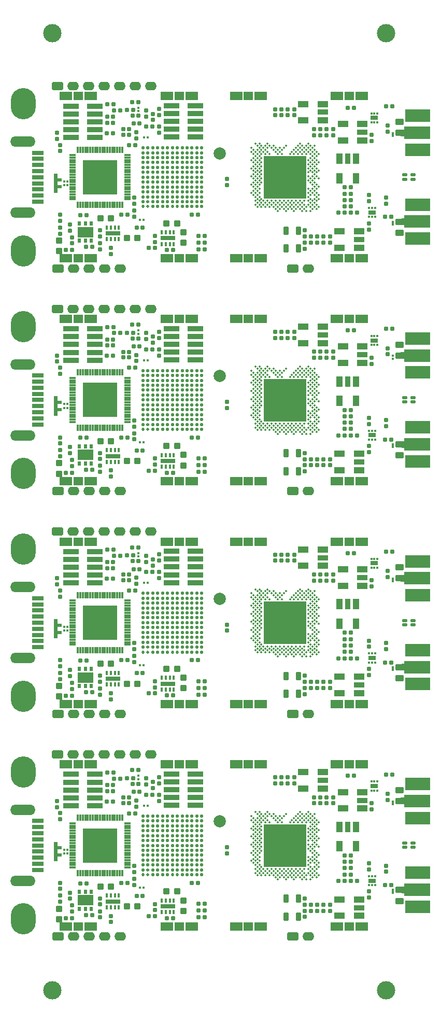
<source format=gts>
G04*
G04 #@! TF.GenerationSoftware,Altium Limited,Altium Designer,19.1.5 (86)*
G04*
G04 Layer_Color=8388736*
%FSLAX44Y44*%
%MOMM*%
G71*
G01*
G75*
%ADD50C,0.3500*%
%ADD66R,7.0000X7.0000*%
%ADD129C,3.0000*%
G04:AMPARAMS|DCode=130|XSize=0.7mm|YSize=0.7mm|CornerRadius=0.11mm|HoleSize=0mm|Usage=FLASHONLY|Rotation=270.000|XOffset=0mm|YOffset=0mm|HoleType=Round|Shape=RoundedRectangle|*
%AMROUNDEDRECTD130*
21,1,0.7000,0.4800,0,0,270.0*
21,1,0.4800,0.7000,0,0,270.0*
1,1,0.2200,-0.2400,-0.2400*
1,1,0.2200,-0.2400,0.2400*
1,1,0.2200,0.2400,0.2400*
1,1,0.2200,0.2400,-0.2400*
%
%ADD130ROUNDEDRECTD130*%
G04:AMPARAMS|DCode=131|XSize=0.7mm|YSize=0.7mm|CornerRadius=0.11mm|HoleSize=0mm|Usage=FLASHONLY|Rotation=0.000|XOffset=0mm|YOffset=0mm|HoleType=Round|Shape=RoundedRectangle|*
%AMROUNDEDRECTD131*
21,1,0.7000,0.4800,0,0,0.0*
21,1,0.4800,0.7000,0,0,0.0*
1,1,0.2200,0.2400,-0.2400*
1,1,0.2200,-0.2400,-0.2400*
1,1,0.2200,-0.2400,0.2400*
1,1,0.2200,0.2400,0.2400*
%
%ADD131ROUNDEDRECTD131*%
G04:AMPARAMS|DCode=132|XSize=1.1mm|YSize=1mm|CornerRadius=0.1625mm|HoleSize=0mm|Usage=FLASHONLY|Rotation=180.000|XOffset=0mm|YOffset=0mm|HoleType=Round|Shape=RoundedRectangle|*
%AMROUNDEDRECTD132*
21,1,1.1000,0.6750,0,0,180.0*
21,1,0.7750,1.0000,0,0,180.0*
1,1,0.3250,-0.3875,0.3375*
1,1,0.3250,0.3875,0.3375*
1,1,0.3250,0.3875,-0.3375*
1,1,0.3250,-0.3875,-0.3375*
%
%ADD132ROUNDEDRECTD132*%
%ADD133R,2.3900X0.7400*%
%ADD134R,0.4400X0.7400*%
G04:AMPARAMS|DCode=135|XSize=1.1mm|YSize=1mm|CornerRadius=0.1625mm|HoleSize=0mm|Usage=FLASHONLY|Rotation=270.000|XOffset=0mm|YOffset=0mm|HoleType=Round|Shape=RoundedRectangle|*
%AMROUNDEDRECTD135*
21,1,1.1000,0.6750,0,0,270.0*
21,1,0.7750,1.0000,0,0,270.0*
1,1,0.3250,-0.3375,-0.3875*
1,1,0.3250,-0.3375,0.3875*
1,1,0.3250,0.3375,0.3875*
1,1,0.3250,0.3375,-0.3875*
%
%ADD135ROUNDEDRECTD135*%
G04:AMPARAMS|DCode=136|XSize=0.6mm|YSize=0.7mm|CornerRadius=0.1mm|HoleSize=0mm|Usage=FLASHONLY|Rotation=90.000|XOffset=0mm|YOffset=0mm|HoleType=Round|Shape=RoundedRectangle|*
%AMROUNDEDRECTD136*
21,1,0.6000,0.5000,0,0,90.0*
21,1,0.4000,0.7000,0,0,90.0*
1,1,0.2000,0.2500,0.2000*
1,1,0.2000,0.2500,-0.2000*
1,1,0.2000,-0.2500,-0.2000*
1,1,0.2000,-0.2500,0.2000*
%
%ADD136ROUNDEDRECTD136*%
G04:AMPARAMS|DCode=137|XSize=0.6mm|YSize=0.7mm|CornerRadius=0.1mm|HoleSize=0mm|Usage=FLASHONLY|Rotation=0.000|XOffset=0mm|YOffset=0mm|HoleType=Round|Shape=RoundedRectangle|*
%AMROUNDEDRECTD137*
21,1,0.6000,0.5000,0,0,0.0*
21,1,0.4000,0.7000,0,0,0.0*
1,1,0.2000,0.2000,-0.2500*
1,1,0.2000,-0.2000,-0.2500*
1,1,0.2000,-0.2000,0.2500*
1,1,0.2000,0.2000,0.2500*
%
%ADD137ROUNDEDRECTD137*%
%ADD138R,1.7500X1.0000*%
%ADD139R,1.7500X0.8600*%
%ADD140R,1.0000X1.7500*%
%ADD141R,0.8600X1.7500*%
%ADD142R,0.4000X0.4100*%
%ADD143R,4.1000X2.1000*%
%ADD144R,4.3500X2.1000*%
%ADD145C,2.0000*%
%ADD146R,2.5000X0.8500*%
%ADD147C,0.5400*%
%ADD148O,0.5100X0.5400*%
%ADD149O,0.5400X0.4900*%
%ADD150C,0.5100*%
%ADD151R,1.9000X0.8000*%
%ADD152R,0.4500X0.4000*%
%ADD153R,0.7500X0.5500*%
%ADD154R,0.5000X0.3500*%
%ADD155R,0.6000X0.3500*%
%ADD156R,0.4000X0.4500*%
%ADD157R,1.5000X1.4000*%
%ADD158R,2.1000X1.4000*%
G04:AMPARAMS|DCode=159|XSize=1.4mm|YSize=0.9mm|CornerRadius=0.15mm|HoleSize=0mm|Usage=FLASHONLY|Rotation=270.000|XOffset=0mm|YOffset=0mm|HoleType=Round|Shape=RoundedRectangle|*
%AMROUNDEDRECTD159*
21,1,1.4000,0.6000,0,0,270.0*
21,1,1.1000,0.9000,0,0,270.0*
1,1,0.3000,-0.3000,-0.5500*
1,1,0.3000,-0.3000,0.5500*
1,1,0.3000,0.3000,0.5500*
1,1,0.3000,0.3000,-0.5500*
%
%ADD159ROUNDEDRECTD159*%
G04:AMPARAMS|DCode=160|XSize=0.8mm|YSize=0.5mm|CornerRadius=0.1mm|HoleSize=0mm|Usage=FLASHONLY|Rotation=180.000|XOffset=0mm|YOffset=0mm|HoleType=Round|Shape=RoundedRectangle|*
%AMROUNDEDRECTD160*
21,1,0.8000,0.3000,0,0,180.0*
21,1,0.6000,0.5000,0,0,180.0*
1,1,0.2000,-0.3000,0.1500*
1,1,0.2000,0.3000,0.1500*
1,1,0.2000,0.3000,-0.1500*
1,1,0.2000,-0.3000,-0.1500*
%
%ADD160ROUNDEDRECTD160*%
%ADD161R,1.3000X0.8000*%
%ADD162R,0.3500X0.4500*%
%ADD163R,2.6000X1.8000*%
%ADD164R,0.6000X0.8000*%
G04:AMPARAMS|DCode=165|XSize=1.4mm|YSize=1.1mm|CornerRadius=0.175mm|HoleSize=0mm|Usage=FLASHONLY|Rotation=0.000|XOffset=0mm|YOffset=0mm|HoleType=Round|Shape=RoundedRectangle|*
%AMROUNDEDRECTD165*
21,1,1.4000,0.7500,0,0,0.0*
21,1,1.0500,1.1000,0,0,0.0*
1,1,0.3500,0.5250,-0.3750*
1,1,0.3500,-0.5250,-0.3750*
1,1,0.3500,-0.5250,0.3750*
1,1,0.3500,0.5250,0.3750*
%
%ADD165ROUNDEDRECTD165*%
%ADD166R,0.3000X1.0000*%
%ADD167R,1.0000X0.3000*%
%ADD168R,5.6500X5.6500*%
G04:AMPARAMS|DCode=169|XSize=1.9mm|YSize=1.4mm|CornerRadius=0.375mm|HoleSize=0mm|Usage=FLASHONLY|Rotation=0.000|XOffset=0mm|YOffset=0mm|HoleType=Round|Shape=RoundedRectangle|*
%AMROUNDEDRECTD169*
21,1,1.9000,0.6500,0,0,0.0*
21,1,1.1500,1.4000,0,0,0.0*
1,1,0.7500,0.5750,-0.3250*
1,1,0.7500,-0.5750,-0.3250*
1,1,0.7500,-0.5750,0.3250*
1,1,0.7500,0.5750,0.3250*
%
%ADD169ROUNDEDRECTD169*%
%ADD170O,1.9000X1.4000*%
%ADD171O,4.1000X1.7000*%
%ADD172O,4.1000X5.1000*%
%ADD173C,0.6000*%
G36*
X630500Y1317350D02*
X626500D01*
Y1317850D01*
X630500D01*
Y1317350D01*
D02*
G37*
G36*
X648500Y1314850D02*
X641500D01*
Y1325850D01*
X648500D01*
Y1314850D01*
D02*
G37*
G36*
X80500Y1222100D02*
X74750D01*
Y1253850D01*
X80500D01*
Y1222100D01*
D02*
G37*
G36*
X630500Y1172350D02*
X626500D01*
Y1174100D01*
X630500D01*
Y1172350D01*
D02*
G37*
G36*
X648000Y1169850D02*
X643000D01*
Y1180850D01*
X648000D01*
Y1169850D01*
D02*
G37*
G36*
X88500Y1121350D02*
X84250D01*
Y1125350D01*
X88500D01*
Y1121350D01*
D02*
G37*
G36*
X630500Y953650D02*
X626500D01*
Y954150D01*
X630500D01*
Y953650D01*
D02*
G37*
G36*
X648500Y951150D02*
X641500D01*
Y962150D01*
X648500D01*
Y951150D01*
D02*
G37*
G36*
X80500Y858400D02*
X74750D01*
Y890150D01*
X80500D01*
Y858400D01*
D02*
G37*
G36*
X630500Y808650D02*
X626500D01*
Y810400D01*
X630500D01*
Y808650D01*
D02*
G37*
G36*
X648000Y806150D02*
X643000D01*
Y817150D01*
X648000D01*
Y806150D01*
D02*
G37*
G36*
X88500Y757650D02*
X84250D01*
Y761650D01*
X88500D01*
Y757650D01*
D02*
G37*
G36*
X630500Y589950D02*
X626500D01*
Y590450D01*
X630500D01*
Y589950D01*
D02*
G37*
G36*
X648500Y587450D02*
X641500D01*
Y598450D01*
X648500D01*
Y587450D01*
D02*
G37*
G36*
X80500Y494700D02*
X74750D01*
Y526450D01*
X80500D01*
Y494700D01*
D02*
G37*
G36*
X630500Y444950D02*
X626500D01*
Y446700D01*
X630500D01*
Y444950D01*
D02*
G37*
G36*
X648000Y442450D02*
X643000D01*
Y453450D01*
X648000D01*
Y442450D01*
D02*
G37*
G36*
X88500Y393950D02*
X84250D01*
Y397950D01*
X88500D01*
Y393950D01*
D02*
G37*
G36*
X630500Y226250D02*
X626500D01*
Y226750D01*
X630500D01*
Y226250D01*
D02*
G37*
G36*
X648500Y223750D02*
X641500D01*
Y234750D01*
X648500D01*
Y223750D01*
D02*
G37*
G36*
X80500Y131000D02*
X74750D01*
Y162750D01*
X80500D01*
Y131000D01*
D02*
G37*
G36*
X630500Y81250D02*
X626500D01*
Y83000D01*
X630500D01*
Y81250D01*
D02*
G37*
G36*
X648000Y78750D02*
X643000D01*
Y89750D01*
X648000D01*
Y78750D01*
D02*
G37*
G36*
X88500Y30250D02*
X84250D01*
Y34250D01*
X88500D01*
Y30250D01*
D02*
G37*
D50*
X490560Y211400D02*
D03*
X493890Y208070D02*
D03*
X497220Y204740D02*
D03*
X500550Y201410D02*
D03*
X503880Y198080D02*
D03*
X507210Y194750D02*
D03*
X503880Y191420D02*
D03*
X500550Y194750D02*
D03*
X493890Y201410D02*
D03*
X497220Y198080D02*
D03*
X487230Y208070D02*
D03*
X490560Y204740D02*
D03*
X487230Y201410D02*
D03*
X483900Y204740D02*
D03*
X493890Y194750D02*
D03*
X490560Y198080D02*
D03*
X497220Y191420D02*
D03*
X500550Y188090D02*
D03*
X483900Y198080D02*
D03*
X480570Y201410D02*
D03*
X487230Y194750D02*
D03*
X497220Y184760D02*
D03*
X493890Y188090D02*
D03*
X473910Y208070D02*
D03*
X477240Y204740D02*
D03*
Y211400D02*
D03*
X480570Y208070D02*
D03*
X503880Y178100D02*
D03*
X500550Y181430D02*
D03*
X507210D02*
D03*
X503880Y184760D02*
D03*
X497220Y178100D02*
D03*
X500550Y174770D02*
D03*
X490560Y184760D02*
D03*
X493890Y181430D02*
D03*
X477240Y198080D02*
D03*
X480570Y194750D02*
D03*
X470580Y204740D02*
D03*
X473910Y201410D02*
D03*
X470580Y198080D02*
D03*
X467250Y201410D02*
D03*
X473910Y194750D02*
D03*
X467250D02*
D03*
X463920Y198080D02*
D03*
X460590Y194750D02*
D03*
X507210Y168110D02*
D03*
X503880Y171440D02*
D03*
X500550Y168110D02*
D03*
X503880Y164780D02*
D03*
X490560Y178100D02*
D03*
X497220Y171440D02*
D03*
X493890Y174770D02*
D03*
X503880Y158120D02*
D03*
X507210Y154790D02*
D03*
X493890Y168110D02*
D03*
X490560Y171440D02*
D03*
X500550Y161450D02*
D03*
X497220Y164780D02*
D03*
X490560D02*
D03*
X500550Y154790D02*
D03*
X497220Y158120D02*
D03*
Y151460D02*
D03*
X500550Y148130D02*
D03*
X490560Y158120D02*
D03*
X493890Y154790D02*
D03*
X507210Y141470D02*
D03*
X503880Y144800D02*
D03*
X497220D02*
D03*
X500550Y141470D02*
D03*
X490560Y151460D02*
D03*
X493890Y148130D02*
D03*
X503880Y138140D02*
D03*
X497220D02*
D03*
X500550Y134810D02*
D03*
X507210Y128150D02*
D03*
X503880Y131480D02*
D03*
X497220D02*
D03*
X500550Y128150D02*
D03*
X490560Y138140D02*
D03*
X493890Y134810D02*
D03*
X507210Y121490D02*
D03*
X503880Y124820D02*
D03*
X500550Y121490D02*
D03*
X490560Y131480D02*
D03*
X493890Y128150D02*
D03*
X500550Y114830D02*
D03*
X490560Y124820D02*
D03*
X493890Y121490D02*
D03*
X507210Y108170D02*
D03*
X503880Y111500D02*
D03*
X497220D02*
D03*
X500550Y108170D02*
D03*
X493890Y114830D02*
D03*
X503880Y104840D02*
D03*
X497220D02*
D03*
X490560Y111500D02*
D03*
X493890Y108170D02*
D03*
X500550Y208070D02*
D03*
X447270Y194750D02*
D03*
X440610D02*
D03*
X443940Y198080D02*
D03*
X447270Y201410D02*
D03*
X450600Y204740D02*
D03*
X453930Y208070D02*
D03*
X437280Y198080D02*
D03*
X440610Y201410D02*
D03*
X437280Y204740D02*
D03*
X433950Y201410D02*
D03*
Y208070D02*
D03*
X430620Y204740D02*
D03*
X443940D02*
D03*
X427290Y208070D02*
D03*
X423960Y211400D02*
D03*
X420630Y208070D02*
D03*
X423960Y204740D02*
D03*
X427290Y194750D02*
D03*
X423960Y198080D02*
D03*
X420630Y201410D02*
D03*
X413970Y208070D02*
D03*
X417300Y204740D02*
D03*
X410640Y211400D02*
D03*
X403980D02*
D03*
X410640Y204740D02*
D03*
X407310Y208070D02*
D03*
X413970Y201410D02*
D03*
X417300Y198080D02*
D03*
X420630Y194750D02*
D03*
X407310Y201410D02*
D03*
X410640Y198080D02*
D03*
X413970Y194750D02*
D03*
X397320Y204740D02*
D03*
X403980Y198080D02*
D03*
X400650Y201410D02*
D03*
X407310Y194750D02*
D03*
X410640Y191420D02*
D03*
X413970Y188090D02*
D03*
X397320Y198080D02*
D03*
X403980Y191420D02*
D03*
X400650Y194750D02*
D03*
X407310Y188090D02*
D03*
X410640Y184760D02*
D03*
X413970Y181430D02*
D03*
X403980Y184760D02*
D03*
X400650Y188090D02*
D03*
X407310Y181430D02*
D03*
X410640Y178100D02*
D03*
X413970Y174770D02*
D03*
X397320Y184760D02*
D03*
X403980Y178100D02*
D03*
X400650Y181430D02*
D03*
X407310Y174770D02*
D03*
X410640Y171440D02*
D03*
X413970Y168110D02*
D03*
X403980Y171440D02*
D03*
X400650Y174770D02*
D03*
X407310Y168110D02*
D03*
X410640Y164780D02*
D03*
X413970Y161450D02*
D03*
X397320Y171440D02*
D03*
X403980Y164780D02*
D03*
X400650Y168110D02*
D03*
X407310Y161450D02*
D03*
X410640Y158120D02*
D03*
X413970Y154790D02*
D03*
X403980Y158120D02*
D03*
X400650Y161450D02*
D03*
X407310Y154790D02*
D03*
X410640Y151460D02*
D03*
X413970Y148130D02*
D03*
X397320Y158120D02*
D03*
X403980Y151460D02*
D03*
X400650Y154790D02*
D03*
X407310Y148130D02*
D03*
X410640Y144800D02*
D03*
X403980Y144800D02*
D03*
X400650Y148130D02*
D03*
X407310Y141470D02*
D03*
X410640Y138140D02*
D03*
X397320Y144800D02*
D03*
X403980Y138140D02*
D03*
X400650Y141470D02*
D03*
X407310Y134810D02*
D03*
X410640Y131480D02*
D03*
X400650Y134810D02*
D03*
X407310Y128150D02*
D03*
X403980Y131480D02*
D03*
X410640Y124820D02*
D03*
X413970Y121490D02*
D03*
X417300Y118160D02*
D03*
X397320Y131480D02*
D03*
X403980Y124820D02*
D03*
X400650Y128150D02*
D03*
X407310Y121489D02*
D03*
X410640Y118160D02*
D03*
X413970Y114830D02*
D03*
X420630Y108169D02*
D03*
X417300Y111500D02*
D03*
X423960D02*
D03*
X420630Y114830D02*
D03*
X413970Y108169D02*
D03*
X410640Y111500D02*
D03*
X407310Y114830D02*
D03*
X403980Y118160D02*
D03*
X407310Y108169D02*
D03*
X403980Y111500D02*
D03*
X423960Y118160D02*
D03*
X430620D02*
D03*
X437280D02*
D03*
X443940D02*
D03*
X450600D02*
D03*
X457260D02*
D03*
X463920D02*
D03*
X470580D02*
D03*
X477240D02*
D03*
X483900D02*
D03*
X490560D02*
D03*
X497220D02*
D03*
X503880D02*
D03*
X427290Y114830D02*
D03*
X433950D02*
D03*
X440610D02*
D03*
X447270D02*
D03*
X453930D02*
D03*
X460590D02*
D03*
X467250D02*
D03*
X480570D02*
D03*
X473910D02*
D03*
X483900Y111500D02*
D03*
X477240D02*
D03*
X470580D02*
D03*
X463920D02*
D03*
X457260D02*
D03*
X450600D02*
D03*
X443940D02*
D03*
X437280D02*
D03*
X430620D02*
D03*
X480570Y108169D02*
D03*
X473910D02*
D03*
X467250D02*
D03*
X460590D02*
D03*
X453930D02*
D03*
X447270D02*
D03*
X440610D02*
D03*
X433950D02*
D03*
X427290D02*
D03*
X487230D02*
D03*
X493890Y101510D02*
D03*
X483900Y104839D02*
D03*
X437280D02*
D03*
X443940D02*
D03*
X450600D02*
D03*
X457260D02*
D03*
X463920D02*
D03*
X470580D02*
D03*
X477240D02*
D03*
X487230Y101510D02*
D03*
X480570D02*
D03*
X467250D02*
D03*
X453930D02*
D03*
X440610D02*
D03*
X490560Y575100D02*
D03*
X493890Y571770D02*
D03*
X497220Y568440D02*
D03*
X500550Y565110D02*
D03*
X503880Y561780D02*
D03*
X507210Y558450D02*
D03*
X503880Y555120D02*
D03*
X500550Y558450D02*
D03*
X493890Y565110D02*
D03*
X497220Y561780D02*
D03*
X487230Y571770D02*
D03*
X490560Y568440D02*
D03*
X487230Y565110D02*
D03*
X483900Y568440D02*
D03*
X493890Y558450D02*
D03*
X490560Y561780D02*
D03*
X497220Y555120D02*
D03*
X500550Y551790D02*
D03*
X483900Y561780D02*
D03*
X480570Y565110D02*
D03*
X487230Y558450D02*
D03*
X497220Y548460D02*
D03*
X493890Y551790D02*
D03*
X473910Y571770D02*
D03*
X477240Y568440D02*
D03*
Y575100D02*
D03*
X480570Y571770D02*
D03*
X503880Y541800D02*
D03*
X500550Y545130D02*
D03*
X507210D02*
D03*
X503880Y548460D02*
D03*
X497220Y541800D02*
D03*
X500550Y538470D02*
D03*
X490560Y548460D02*
D03*
X493890Y545130D02*
D03*
X477240Y561780D02*
D03*
X480570Y558450D02*
D03*
X470580Y568440D02*
D03*
X473910Y565110D02*
D03*
X470580Y561780D02*
D03*
X467250Y565110D02*
D03*
X473910Y558450D02*
D03*
X467250D02*
D03*
X463920Y561780D02*
D03*
X460590Y558450D02*
D03*
X507210Y531810D02*
D03*
X503880Y535140D02*
D03*
X500550Y531810D02*
D03*
X503880Y528480D02*
D03*
X490560Y541800D02*
D03*
X497220Y535140D02*
D03*
X493890Y538470D02*
D03*
X503880Y521820D02*
D03*
X507210Y518490D02*
D03*
X493890Y531810D02*
D03*
X490560Y535140D02*
D03*
X500550Y525150D02*
D03*
X497220Y528480D02*
D03*
X490560D02*
D03*
X500550Y518490D02*
D03*
X497220Y521820D02*
D03*
Y515160D02*
D03*
X500550Y511830D02*
D03*
X490560Y521820D02*
D03*
X493890Y518490D02*
D03*
X507210Y505170D02*
D03*
X503880Y508500D02*
D03*
X497220D02*
D03*
X500550Y505170D02*
D03*
X490560Y515160D02*
D03*
X493890Y511830D02*
D03*
X503880Y501840D02*
D03*
X497220D02*
D03*
X500550Y498510D02*
D03*
X507210Y491850D02*
D03*
X503880Y495180D02*
D03*
X497220D02*
D03*
X500550Y491850D02*
D03*
X490560Y501840D02*
D03*
X493890Y498510D02*
D03*
X507210Y485190D02*
D03*
X503880Y488520D02*
D03*
X500550Y485190D02*
D03*
X490560Y495180D02*
D03*
X493890Y491850D02*
D03*
X500550Y478530D02*
D03*
X490560Y488520D02*
D03*
X493890Y485190D02*
D03*
X507210Y471870D02*
D03*
X503880Y475200D02*
D03*
X497220D02*
D03*
X500550Y471870D02*
D03*
X493890Y478530D02*
D03*
X503880Y468540D02*
D03*
X497220D02*
D03*
X490560Y475200D02*
D03*
X493890Y471870D02*
D03*
X500550Y571770D02*
D03*
X447270Y558450D02*
D03*
X440610D02*
D03*
X443940Y561780D02*
D03*
X447270Y565110D02*
D03*
X450600Y568440D02*
D03*
X453930Y571770D02*
D03*
X437280Y561780D02*
D03*
X440610Y565110D02*
D03*
X437280Y568440D02*
D03*
X433950Y565110D02*
D03*
Y571770D02*
D03*
X430620Y568440D02*
D03*
X443940D02*
D03*
X427290Y571770D02*
D03*
X423960Y575100D02*
D03*
X420630Y571770D02*
D03*
X423960Y568440D02*
D03*
X427290Y558450D02*
D03*
X423960Y561780D02*
D03*
X420630Y565110D02*
D03*
X413970Y571770D02*
D03*
X417300Y568440D02*
D03*
X410640Y575100D02*
D03*
X403980D02*
D03*
X410640Y568440D02*
D03*
X407310Y571770D02*
D03*
X413970Y565110D02*
D03*
X417300Y561780D02*
D03*
X420630Y558450D02*
D03*
X407310Y565110D02*
D03*
X410640Y561780D02*
D03*
X413970Y558450D02*
D03*
X397320Y568440D02*
D03*
X403980Y561780D02*
D03*
X400650Y565110D02*
D03*
X407310Y558450D02*
D03*
X410640Y555120D02*
D03*
X413970Y551790D02*
D03*
X397320Y561780D02*
D03*
X403980Y555120D02*
D03*
X400650Y558450D02*
D03*
X407310Y551790D02*
D03*
X410640Y548460D02*
D03*
X413970Y545130D02*
D03*
X403980Y548460D02*
D03*
X400650Y551790D02*
D03*
X407310Y545130D02*
D03*
X410640Y541800D02*
D03*
X413970Y538470D02*
D03*
X397320Y548460D02*
D03*
X403980Y541800D02*
D03*
X400650Y545130D02*
D03*
X407310Y538470D02*
D03*
X410640Y535140D02*
D03*
X413970Y531810D02*
D03*
X403980Y535140D02*
D03*
X400650Y538470D02*
D03*
X407310Y531810D02*
D03*
X410640Y528480D02*
D03*
X413970Y525150D02*
D03*
X397320Y535140D02*
D03*
X403980Y528480D02*
D03*
X400650Y531810D02*
D03*
X407310Y525150D02*
D03*
X410640Y521820D02*
D03*
X413970Y518490D02*
D03*
X403980Y521820D02*
D03*
X400650Y525150D02*
D03*
X407310Y518490D02*
D03*
X410640Y515160D02*
D03*
X413970Y511830D02*
D03*
X397320Y521820D02*
D03*
X403980Y515160D02*
D03*
X400650Y518490D02*
D03*
X407310Y511830D02*
D03*
X410640Y508500D02*
D03*
X403980Y508500D02*
D03*
X400650Y511830D02*
D03*
X407310Y505170D02*
D03*
X410640Y501840D02*
D03*
X397320Y508500D02*
D03*
X403980Y501840D02*
D03*
X400650Y505170D02*
D03*
X407310Y498510D02*
D03*
X410640Y495180D02*
D03*
X400650Y498510D02*
D03*
X407310Y491850D02*
D03*
X403980Y495180D02*
D03*
X410640Y488520D02*
D03*
X413970Y485190D02*
D03*
X417300Y481860D02*
D03*
X397320Y495180D02*
D03*
X403980Y488520D02*
D03*
X400650Y491850D02*
D03*
X407310Y485190D02*
D03*
X410640Y481860D02*
D03*
X413970Y478530D02*
D03*
X420630Y471870D02*
D03*
X417300Y475200D02*
D03*
X423960D02*
D03*
X420630Y478530D02*
D03*
X413970Y471870D02*
D03*
X410640Y475200D02*
D03*
X407310Y478530D02*
D03*
X403980Y481860D02*
D03*
X407310Y471870D02*
D03*
X403980Y475200D02*
D03*
X423960Y481860D02*
D03*
X430620D02*
D03*
X437280D02*
D03*
X443940D02*
D03*
X450600D02*
D03*
X457260D02*
D03*
X463920D02*
D03*
X470580D02*
D03*
X477240D02*
D03*
X483900D02*
D03*
X490560D02*
D03*
X497220D02*
D03*
X503880D02*
D03*
X427290Y478530D02*
D03*
X433950D02*
D03*
X440610D02*
D03*
X447270D02*
D03*
X453930D02*
D03*
X460590D02*
D03*
X467250D02*
D03*
X480570D02*
D03*
X473910D02*
D03*
X483900Y475200D02*
D03*
X477240D02*
D03*
X470580D02*
D03*
X463920D02*
D03*
X457260D02*
D03*
X450600D02*
D03*
X443940D02*
D03*
X437280D02*
D03*
X430620D02*
D03*
X480570Y471870D02*
D03*
X473910D02*
D03*
X467250D02*
D03*
X460590D02*
D03*
X453930D02*
D03*
X447270D02*
D03*
X440610D02*
D03*
X433950D02*
D03*
X427290D02*
D03*
X487230D02*
D03*
X493890Y465210D02*
D03*
X483900Y468540D02*
D03*
X437280D02*
D03*
X443940D02*
D03*
X450600D02*
D03*
X457260D02*
D03*
X463920D02*
D03*
X470580D02*
D03*
X477240D02*
D03*
X487230Y465210D02*
D03*
X480570D02*
D03*
X467250D02*
D03*
X453930D02*
D03*
X440610D02*
D03*
X490560Y938800D02*
D03*
X493890Y935470D02*
D03*
X497220Y932140D02*
D03*
X500550Y928810D02*
D03*
X503880Y925480D02*
D03*
X507210Y922150D02*
D03*
X503880Y918820D02*
D03*
X500550Y922150D02*
D03*
X493890Y928810D02*
D03*
X497220Y925480D02*
D03*
X487230Y935470D02*
D03*
X490560Y932140D02*
D03*
X487230Y928810D02*
D03*
X483900Y932140D02*
D03*
X493890Y922150D02*
D03*
X490560Y925480D02*
D03*
X497220Y918820D02*
D03*
X500550Y915490D02*
D03*
X483900Y925480D02*
D03*
X480570Y928810D02*
D03*
X487230Y922150D02*
D03*
X497220Y912160D02*
D03*
X493890Y915490D02*
D03*
X473910Y935470D02*
D03*
X477240Y932140D02*
D03*
Y938800D02*
D03*
X480570Y935470D02*
D03*
X503880Y905500D02*
D03*
X500550Y908830D02*
D03*
X507210D02*
D03*
X503880Y912160D02*
D03*
X497220Y905500D02*
D03*
X500550Y902170D02*
D03*
X490560Y912160D02*
D03*
X493890Y908830D02*
D03*
X477240Y925480D02*
D03*
X480570Y922150D02*
D03*
X470580Y932140D02*
D03*
X473910Y928810D02*
D03*
X470580Y925480D02*
D03*
X467250Y928810D02*
D03*
X473910Y922150D02*
D03*
X467250D02*
D03*
X463920Y925480D02*
D03*
X460590Y922150D02*
D03*
X507210Y895510D02*
D03*
X503880Y898840D02*
D03*
X500550Y895510D02*
D03*
X503880Y892180D02*
D03*
X490560Y905500D02*
D03*
X497220Y898840D02*
D03*
X493890Y902170D02*
D03*
X503880Y885520D02*
D03*
X507210Y882190D02*
D03*
X493890Y895510D02*
D03*
X490560Y898840D02*
D03*
X500550Y888850D02*
D03*
X497220Y892180D02*
D03*
X490560D02*
D03*
X500550Y882190D02*
D03*
X497220Y885520D02*
D03*
Y878860D02*
D03*
X500550Y875530D02*
D03*
X490560Y885520D02*
D03*
X493890Y882190D02*
D03*
X507210Y868870D02*
D03*
X503880Y872200D02*
D03*
X497220D02*
D03*
X500550Y868870D02*
D03*
X490560Y878860D02*
D03*
X493890Y875530D02*
D03*
X503880Y865540D02*
D03*
X497220D02*
D03*
X500550Y862210D02*
D03*
X507210Y855550D02*
D03*
X503880Y858880D02*
D03*
X497220D02*
D03*
X500550Y855550D02*
D03*
X490560Y865540D02*
D03*
X493890Y862210D02*
D03*
X507210Y848890D02*
D03*
X503880Y852220D02*
D03*
X500550Y848890D02*
D03*
X490560Y858880D02*
D03*
X493890Y855550D02*
D03*
X500550Y842230D02*
D03*
X490560Y852220D02*
D03*
X493890Y848890D02*
D03*
X507210Y835570D02*
D03*
X503880Y838900D02*
D03*
X497220D02*
D03*
X500550Y835570D02*
D03*
X493890Y842230D02*
D03*
X503880Y832240D02*
D03*
X497220D02*
D03*
X490560Y838900D02*
D03*
X493890Y835570D02*
D03*
X500550Y935470D02*
D03*
X447270Y922150D02*
D03*
X440610D02*
D03*
X443940Y925480D02*
D03*
X447270Y928810D02*
D03*
X450600Y932140D02*
D03*
X453930Y935470D02*
D03*
X437280Y925480D02*
D03*
X440610Y928810D02*
D03*
X437280Y932140D02*
D03*
X433950Y928810D02*
D03*
Y935470D02*
D03*
X430620Y932140D02*
D03*
X443940D02*
D03*
X427290Y935470D02*
D03*
X423960Y938800D02*
D03*
X420630Y935470D02*
D03*
X423960Y932140D02*
D03*
X427290Y922150D02*
D03*
X423960Y925480D02*
D03*
X420630Y928810D02*
D03*
X413970Y935470D02*
D03*
X417300Y932140D02*
D03*
X410640Y938800D02*
D03*
X403980D02*
D03*
X410640Y932140D02*
D03*
X407310Y935470D02*
D03*
X413970Y928810D02*
D03*
X417300Y925480D02*
D03*
X420630Y922150D02*
D03*
X407310Y928810D02*
D03*
X410640Y925480D02*
D03*
X413970Y922150D02*
D03*
X397320Y932140D02*
D03*
X403980Y925480D02*
D03*
X400650Y928810D02*
D03*
X407310Y922150D02*
D03*
X410640Y918820D02*
D03*
X413970Y915490D02*
D03*
X397320Y925480D02*
D03*
X403980Y918820D02*
D03*
X400650Y922150D02*
D03*
X407310Y915490D02*
D03*
X410640Y912160D02*
D03*
X413970Y908830D02*
D03*
X403980Y912160D02*
D03*
X400650Y915490D02*
D03*
X407310Y908830D02*
D03*
X410640Y905500D02*
D03*
X413970Y902170D02*
D03*
X397320Y912160D02*
D03*
X403980Y905500D02*
D03*
X400650Y908830D02*
D03*
X407310Y902170D02*
D03*
X410640Y898840D02*
D03*
X413970Y895510D02*
D03*
X403980Y898840D02*
D03*
X400650Y902170D02*
D03*
X407310Y895510D02*
D03*
X410640Y892180D02*
D03*
X413970Y888850D02*
D03*
X397320Y898840D02*
D03*
X403980Y892180D02*
D03*
X400650Y895510D02*
D03*
X407310Y888850D02*
D03*
X410640Y885520D02*
D03*
X413970Y882190D02*
D03*
X403980Y885520D02*
D03*
X400650Y888850D02*
D03*
X407310Y882190D02*
D03*
X410640Y878860D02*
D03*
X413970Y875530D02*
D03*
X397320Y885520D02*
D03*
X403980Y878860D02*
D03*
X400650Y882190D02*
D03*
X407310Y875530D02*
D03*
X410640Y872200D02*
D03*
X403980Y872200D02*
D03*
X400650Y875530D02*
D03*
X407310Y868870D02*
D03*
X410640Y865540D02*
D03*
X397320Y872200D02*
D03*
X403980Y865540D02*
D03*
X400650Y868870D02*
D03*
X407310Y862210D02*
D03*
X410640Y858880D02*
D03*
X400650Y862210D02*
D03*
X407310Y855550D02*
D03*
X403980Y858880D02*
D03*
X410640Y852220D02*
D03*
X413970Y848890D02*
D03*
X417300Y845560D02*
D03*
X397320Y858880D02*
D03*
X403980Y852220D02*
D03*
X400650Y855550D02*
D03*
X407310Y848890D02*
D03*
X410640Y845560D02*
D03*
X413970Y842230D02*
D03*
X420630Y835570D02*
D03*
X417300Y838900D02*
D03*
X423960D02*
D03*
X420630Y842230D02*
D03*
X413970Y835570D02*
D03*
X410640Y838900D02*
D03*
X407310Y842230D02*
D03*
X403980Y845560D02*
D03*
X407310Y835570D02*
D03*
X403980Y838900D02*
D03*
X423960Y845560D02*
D03*
X430620D02*
D03*
X437280D02*
D03*
X443940D02*
D03*
X450600D02*
D03*
X457260D02*
D03*
X463920D02*
D03*
X470580D02*
D03*
X477240D02*
D03*
X483900D02*
D03*
X490560D02*
D03*
X497220D02*
D03*
X503880D02*
D03*
X427290Y842230D02*
D03*
X433950D02*
D03*
X440610D02*
D03*
X447270D02*
D03*
X453930D02*
D03*
X460590D02*
D03*
X467250D02*
D03*
X480570D02*
D03*
X473910D02*
D03*
X483900Y838900D02*
D03*
X477240D02*
D03*
X470580D02*
D03*
X463920D02*
D03*
X457260D02*
D03*
X450600D02*
D03*
X443940D02*
D03*
X437280D02*
D03*
X430620D02*
D03*
X480570Y835570D02*
D03*
X473910D02*
D03*
X467250D02*
D03*
X460590D02*
D03*
X453930D02*
D03*
X447270D02*
D03*
X440610D02*
D03*
X433950D02*
D03*
X427290D02*
D03*
X487230D02*
D03*
X493890Y828910D02*
D03*
X483900Y832240D02*
D03*
X437280D02*
D03*
X443940D02*
D03*
X450600D02*
D03*
X457260D02*
D03*
X463920D02*
D03*
X470580D02*
D03*
X477240D02*
D03*
X487230Y828910D02*
D03*
X480570D02*
D03*
X467250D02*
D03*
X453930D02*
D03*
X440610D02*
D03*
X490560Y1302500D02*
D03*
X493890Y1299170D02*
D03*
X497220Y1295840D02*
D03*
X500550Y1292510D02*
D03*
X503880Y1289180D02*
D03*
X507210Y1285850D02*
D03*
X503880Y1282520D02*
D03*
X500550Y1285850D02*
D03*
X493890Y1292510D02*
D03*
X497220Y1289180D02*
D03*
X487230Y1299170D02*
D03*
X490560Y1295840D02*
D03*
X487230Y1292510D02*
D03*
X483900Y1295840D02*
D03*
X493890Y1285850D02*
D03*
X490560Y1289180D02*
D03*
X497220Y1282520D02*
D03*
X500550Y1279190D02*
D03*
X483900Y1289180D02*
D03*
X480570Y1292510D02*
D03*
X487230Y1285850D02*
D03*
X497220Y1275860D02*
D03*
X493890Y1279190D02*
D03*
X473910Y1299170D02*
D03*
X477240Y1295840D02*
D03*
Y1302500D02*
D03*
X480570Y1299170D02*
D03*
X503880Y1269200D02*
D03*
X500550Y1272530D02*
D03*
X507210D02*
D03*
X503880Y1275860D02*
D03*
X497220Y1269200D02*
D03*
X500550Y1265870D02*
D03*
X490560Y1275860D02*
D03*
X493890Y1272530D02*
D03*
X477240Y1289180D02*
D03*
X480570Y1285850D02*
D03*
X470580Y1295840D02*
D03*
X473910Y1292510D02*
D03*
X470580Y1289180D02*
D03*
X467250Y1292510D02*
D03*
X473910Y1285850D02*
D03*
X467250D02*
D03*
X463920Y1289180D02*
D03*
X460590Y1285850D02*
D03*
X507210Y1259210D02*
D03*
X503880Y1262540D02*
D03*
X500550Y1259210D02*
D03*
X503880Y1255880D02*
D03*
X490560Y1269200D02*
D03*
X497220Y1262540D02*
D03*
X493890Y1265870D02*
D03*
X503880Y1249220D02*
D03*
X507210Y1245890D02*
D03*
X493890Y1259210D02*
D03*
X490560Y1262540D02*
D03*
X500550Y1252550D02*
D03*
X497220Y1255880D02*
D03*
X490560D02*
D03*
X500550Y1245890D02*
D03*
X497220Y1249220D02*
D03*
Y1242560D02*
D03*
X500550Y1239230D02*
D03*
X490560Y1249220D02*
D03*
X493890Y1245890D02*
D03*
X507210Y1232570D02*
D03*
X503880Y1235900D02*
D03*
X497220D02*
D03*
X500550Y1232570D02*
D03*
X490560Y1242560D02*
D03*
X493890Y1239230D02*
D03*
X503880Y1229240D02*
D03*
X497220D02*
D03*
X500550Y1225910D02*
D03*
X507210Y1219250D02*
D03*
X503880Y1222580D02*
D03*
X497220D02*
D03*
X500550Y1219250D02*
D03*
X490560Y1229240D02*
D03*
X493890Y1225910D02*
D03*
X507210Y1212590D02*
D03*
X503880Y1215920D02*
D03*
X500550Y1212590D02*
D03*
X490560Y1222580D02*
D03*
X493890Y1219250D02*
D03*
X500550Y1205930D02*
D03*
X490560Y1215920D02*
D03*
X493890Y1212590D02*
D03*
X507210Y1199270D02*
D03*
X503880Y1202600D02*
D03*
X497220D02*
D03*
X500550Y1199270D02*
D03*
X493890Y1205930D02*
D03*
X503880Y1195940D02*
D03*
X497220D02*
D03*
X490560Y1202600D02*
D03*
X493890Y1199270D02*
D03*
X500550Y1299170D02*
D03*
X447270Y1285850D02*
D03*
X440610D02*
D03*
X443940Y1289180D02*
D03*
X447270Y1292510D02*
D03*
X450600Y1295840D02*
D03*
X453930Y1299170D02*
D03*
X437280Y1289180D02*
D03*
X440610Y1292510D02*
D03*
X437280Y1295840D02*
D03*
X433950Y1292510D02*
D03*
Y1299170D02*
D03*
X430620Y1295840D02*
D03*
X443940D02*
D03*
X427290Y1299170D02*
D03*
X423960Y1302500D02*
D03*
X420630Y1299170D02*
D03*
X423960Y1295840D02*
D03*
X427290Y1285850D02*
D03*
X423960Y1289180D02*
D03*
X420630Y1292510D02*
D03*
X413970Y1299170D02*
D03*
X417300Y1295840D02*
D03*
X410640Y1302500D02*
D03*
X403980D02*
D03*
X410640Y1295840D02*
D03*
X407310Y1299170D02*
D03*
X413970Y1292510D02*
D03*
X417300Y1289180D02*
D03*
X420630Y1285850D02*
D03*
X407310Y1292510D02*
D03*
X410640Y1289180D02*
D03*
X413970Y1285850D02*
D03*
X397320Y1295840D02*
D03*
X403980Y1289180D02*
D03*
X400650Y1292510D02*
D03*
X407310Y1285850D02*
D03*
X410640Y1282520D02*
D03*
X413970Y1279190D02*
D03*
X397320Y1289180D02*
D03*
X403980Y1282520D02*
D03*
X400650Y1285850D02*
D03*
X407310Y1279190D02*
D03*
X410640Y1275860D02*
D03*
X413970Y1272530D02*
D03*
X403980Y1275860D02*
D03*
X400650Y1279190D02*
D03*
X407310Y1272530D02*
D03*
X410640Y1269200D02*
D03*
X413970Y1265870D02*
D03*
X397320Y1275860D02*
D03*
X403980Y1269200D02*
D03*
X400650Y1272530D02*
D03*
X407310Y1265870D02*
D03*
X410640Y1262540D02*
D03*
X413970Y1259210D02*
D03*
X403980Y1262540D02*
D03*
X400650Y1265870D02*
D03*
X407310Y1259210D02*
D03*
X410640Y1255880D02*
D03*
X413970Y1252550D02*
D03*
X397320Y1262540D02*
D03*
X403980Y1255880D02*
D03*
X400650Y1259210D02*
D03*
X407310Y1252550D02*
D03*
X410640Y1249220D02*
D03*
X413970Y1245890D02*
D03*
X403980Y1249220D02*
D03*
X400650Y1252550D02*
D03*
X407310Y1245890D02*
D03*
X410640Y1242560D02*
D03*
X413970Y1239230D02*
D03*
X397320Y1249220D02*
D03*
X403980Y1242560D02*
D03*
X400650Y1245890D02*
D03*
X407310Y1239230D02*
D03*
X410640Y1235900D02*
D03*
X403980Y1235900D02*
D03*
X400650Y1239230D02*
D03*
X407310Y1232570D02*
D03*
X410640Y1229240D02*
D03*
X397320Y1235900D02*
D03*
X403980Y1229240D02*
D03*
X400650Y1232570D02*
D03*
X407310Y1225910D02*
D03*
X410640Y1222580D02*
D03*
X400650Y1225910D02*
D03*
X407310Y1219250D02*
D03*
X403980Y1222580D02*
D03*
X410640Y1215920D02*
D03*
X413970Y1212590D02*
D03*
X417300Y1209260D02*
D03*
X397320Y1222580D02*
D03*
X403980Y1215920D02*
D03*
X400650Y1219250D02*
D03*
X407310Y1212590D02*
D03*
X410640Y1209260D02*
D03*
X413970Y1205930D02*
D03*
X420630Y1199270D02*
D03*
X417300Y1202600D02*
D03*
X423960D02*
D03*
X420630Y1205930D02*
D03*
X413970Y1199270D02*
D03*
X410640Y1202600D02*
D03*
X407310Y1205930D02*
D03*
X403980Y1209260D02*
D03*
X407310Y1199270D02*
D03*
X403980Y1202600D02*
D03*
X423960Y1209260D02*
D03*
X430620D02*
D03*
X437280D02*
D03*
X443940D02*
D03*
X450600D02*
D03*
X457260D02*
D03*
X463920D02*
D03*
X470580D02*
D03*
X477240D02*
D03*
X483900D02*
D03*
X490560D02*
D03*
X497220D02*
D03*
X503880D02*
D03*
X427290Y1205930D02*
D03*
X433950D02*
D03*
X440610D02*
D03*
X447270D02*
D03*
X453930D02*
D03*
X460590D02*
D03*
X467250D02*
D03*
X480570D02*
D03*
X473910D02*
D03*
X483900Y1202600D02*
D03*
X477240D02*
D03*
X470580D02*
D03*
X463920D02*
D03*
X457260D02*
D03*
X450600D02*
D03*
X443940D02*
D03*
X437280D02*
D03*
X430620D02*
D03*
X480570Y1199270D02*
D03*
X473910D02*
D03*
X467250D02*
D03*
X460590D02*
D03*
X453930D02*
D03*
X447270D02*
D03*
X440610D02*
D03*
X433950D02*
D03*
X427290D02*
D03*
X487230D02*
D03*
X493890Y1192610D02*
D03*
X483900Y1195940D02*
D03*
X437280D02*
D03*
X443940D02*
D03*
X450600D02*
D03*
X457260D02*
D03*
X463920D02*
D03*
X470580D02*
D03*
X477240D02*
D03*
X487230Y1192610D02*
D03*
X480570D02*
D03*
X467250D02*
D03*
X453930D02*
D03*
X440610D02*
D03*
D66*
X452160Y156410D02*
D03*
Y520110D02*
D03*
Y883810D02*
D03*
Y1247510D02*
D03*
D129*
X71999Y1482800D02*
D03*
X617999D02*
D03*
X618000Y-80000D02*
D03*
X72000D02*
D03*
D130*
X195250Y95650D02*
D03*
X185250D02*
D03*
X240000Y41250D02*
D03*
X230000D02*
D03*
X118000Y95000D02*
D03*
X128000D02*
D03*
X94750Y37750D02*
D03*
X104750D02*
D03*
X207500Y209250D02*
D03*
X197500D02*
D03*
X300500Y95500D02*
D03*
X310500D02*
D03*
X226000Y239500D02*
D03*
X236000D02*
D03*
X220000Y74250D02*
D03*
X210000D02*
D03*
X194500Y266750D02*
D03*
X204500D02*
D03*
X549926Y98771D02*
D03*
X539927D02*
D03*
X559927Y98771D02*
D03*
X569926D02*
D03*
X321250Y39250D02*
D03*
X311250D02*
D03*
X321275Y50205D02*
D03*
X311275D02*
D03*
X321250Y61250D02*
D03*
X311250D02*
D03*
X195250Y459350D02*
D03*
X185250D02*
D03*
X240000Y404950D02*
D03*
X230000D02*
D03*
X118000Y458700D02*
D03*
X128000D02*
D03*
X94750Y401450D02*
D03*
X104750D02*
D03*
X207500Y572950D02*
D03*
X197500D02*
D03*
X300500Y459200D02*
D03*
X310500D02*
D03*
X226000Y603200D02*
D03*
X236000D02*
D03*
X220000Y437950D02*
D03*
X210000D02*
D03*
X194500Y630450D02*
D03*
X204500D02*
D03*
X549926Y462471D02*
D03*
X539927D02*
D03*
X559927Y462471D02*
D03*
X569926D02*
D03*
X321250Y402950D02*
D03*
X311250D02*
D03*
X321275Y413905D02*
D03*
X311275D02*
D03*
X321250Y424950D02*
D03*
X311250D02*
D03*
X195250Y823050D02*
D03*
X185250D02*
D03*
X240000Y768650D02*
D03*
X230000D02*
D03*
X118000Y822400D02*
D03*
X128000D02*
D03*
X94750Y765150D02*
D03*
X104750D02*
D03*
X207500Y936650D02*
D03*
X197500D02*
D03*
X300500Y822900D02*
D03*
X310500D02*
D03*
X226000Y966900D02*
D03*
X236000D02*
D03*
X220000Y801650D02*
D03*
X210000D02*
D03*
X194500Y994150D02*
D03*
X204500D02*
D03*
X549926Y826171D02*
D03*
X539927D02*
D03*
X559927Y826171D02*
D03*
X569926D02*
D03*
X321250Y766650D02*
D03*
X311250D02*
D03*
X321275Y777605D02*
D03*
X311275D02*
D03*
X321250Y788650D02*
D03*
X311250D02*
D03*
X195250Y1186750D02*
D03*
X185250D02*
D03*
X240000Y1132350D02*
D03*
X230000D02*
D03*
X118000Y1186100D02*
D03*
X128000D02*
D03*
X94750Y1128850D02*
D03*
X104750D02*
D03*
X207500Y1300350D02*
D03*
X197500D02*
D03*
X300500Y1186600D02*
D03*
X310500D02*
D03*
X226000Y1330600D02*
D03*
X236000D02*
D03*
X220000Y1165350D02*
D03*
X210000D02*
D03*
X194500Y1357850D02*
D03*
X204500D02*
D03*
X549926Y1189871D02*
D03*
X539927D02*
D03*
X559927Y1189871D02*
D03*
X569926D02*
D03*
X321250Y1130350D02*
D03*
X311250D02*
D03*
X321275Y1141305D02*
D03*
X311275D02*
D03*
X321250Y1152350D02*
D03*
X311250D02*
D03*
D131*
X206500Y102500D02*
D03*
Y92500D02*
D03*
X206500Y113500D02*
D03*
Y123500D02*
D03*
X240109Y61091D02*
D03*
Y51091D02*
D03*
X150250Y49250D02*
D03*
Y39250D02*
D03*
X150359Y70341D02*
D03*
Y60341D02*
D03*
X100750Y69750D02*
D03*
Y79750D02*
D03*
X84750Y64750D02*
D03*
Y74750D02*
D03*
X104750Y58750D02*
D03*
Y48750D02*
D03*
X357751Y143750D02*
D03*
Y153750D02*
D03*
X236250Y250250D02*
D03*
Y260250D02*
D03*
X531250Y235500D02*
D03*
Y225500D02*
D03*
X484352Y60150D02*
D03*
Y70150D02*
D03*
X484352Y50150D02*
D03*
Y40150D02*
D03*
X206500Y466200D02*
D03*
Y456200D02*
D03*
X206500Y477200D02*
D03*
Y487200D02*
D03*
X240109Y424791D02*
D03*
Y414791D02*
D03*
X150250Y412950D02*
D03*
Y402950D02*
D03*
X150359Y434041D02*
D03*
Y424041D02*
D03*
X100750Y433450D02*
D03*
Y443450D02*
D03*
X84750Y428450D02*
D03*
Y438450D02*
D03*
X104750Y422450D02*
D03*
Y412450D02*
D03*
X357751Y507450D02*
D03*
Y517450D02*
D03*
X236250Y613950D02*
D03*
Y623950D02*
D03*
X531250Y599200D02*
D03*
Y589200D02*
D03*
X484352Y423850D02*
D03*
Y433850D02*
D03*
X484352Y413850D02*
D03*
Y403850D02*
D03*
X206500Y829900D02*
D03*
Y819900D02*
D03*
X206500Y840900D02*
D03*
Y850900D02*
D03*
X240109Y788491D02*
D03*
Y778491D02*
D03*
X150250Y776650D02*
D03*
Y766650D02*
D03*
X150359Y797741D02*
D03*
Y787741D02*
D03*
X100750Y797150D02*
D03*
Y807150D02*
D03*
X84750Y792150D02*
D03*
Y802150D02*
D03*
X104750Y786150D02*
D03*
Y776150D02*
D03*
X357751Y871150D02*
D03*
Y881150D02*
D03*
X236250Y977650D02*
D03*
Y987650D02*
D03*
X531250Y962900D02*
D03*
Y952900D02*
D03*
X484352Y787550D02*
D03*
Y797550D02*
D03*
X484352Y777550D02*
D03*
Y767550D02*
D03*
X206500Y1193600D02*
D03*
Y1183600D02*
D03*
X206500Y1204600D02*
D03*
Y1214600D02*
D03*
X240109Y1152191D02*
D03*
Y1142191D02*
D03*
X150250Y1140350D02*
D03*
Y1130350D02*
D03*
X150359Y1161441D02*
D03*
Y1151441D02*
D03*
X100750Y1160850D02*
D03*
Y1170850D02*
D03*
X84750Y1155850D02*
D03*
Y1165850D02*
D03*
X104750Y1149850D02*
D03*
Y1139850D02*
D03*
X357751Y1234850D02*
D03*
Y1244850D02*
D03*
X236250Y1341350D02*
D03*
Y1351350D02*
D03*
X531250Y1326600D02*
D03*
Y1316600D02*
D03*
X484352Y1151250D02*
D03*
Y1161250D02*
D03*
X484352Y1141250D02*
D03*
Y1131250D02*
D03*
D132*
X286250Y50000D02*
D03*
Y67000D02*
D03*
X83000Y36500D02*
D03*
Y53500D02*
D03*
X286250Y413700D02*
D03*
Y430700D02*
D03*
X83000Y400200D02*
D03*
Y417200D02*
D03*
X286250Y777400D02*
D03*
Y794400D02*
D03*
X83000Y763900D02*
D03*
Y780900D02*
D03*
X286250Y1141100D02*
D03*
Y1158100D02*
D03*
X83000Y1127600D02*
D03*
Y1144600D02*
D03*
D133*
X171250Y65250D02*
D03*
X261000Y57250D02*
D03*
X171250Y428950D02*
D03*
X261000Y420950D02*
D03*
X171250Y792650D02*
D03*
X261000Y784650D02*
D03*
X171250Y1156350D02*
D03*
X261000Y1148350D02*
D03*
D134*
X161500Y74750D02*
D03*
X168000D02*
D03*
X174500D02*
D03*
X181000D02*
D03*
Y55750D02*
D03*
X174500D02*
D03*
X168000D02*
D03*
X161500D02*
D03*
X251250Y47750D02*
D03*
X257750D02*
D03*
X264250D02*
D03*
X270750D02*
D03*
Y66750D02*
D03*
X264250D02*
D03*
X257750D02*
D03*
X251250D02*
D03*
X161500Y438450D02*
D03*
X168000D02*
D03*
X174500D02*
D03*
X181000D02*
D03*
Y419450D02*
D03*
X174500D02*
D03*
X168000D02*
D03*
X161500D02*
D03*
X251250Y411450D02*
D03*
X257750D02*
D03*
X264250D02*
D03*
X270750D02*
D03*
Y430450D02*
D03*
X264250D02*
D03*
X257750D02*
D03*
X251250D02*
D03*
X161500Y802150D02*
D03*
X168000D02*
D03*
X174500D02*
D03*
X181000D02*
D03*
Y783150D02*
D03*
X174500D02*
D03*
X168000D02*
D03*
X161500D02*
D03*
X251250Y775150D02*
D03*
X257750D02*
D03*
X264250D02*
D03*
X270750D02*
D03*
Y794150D02*
D03*
X264250D02*
D03*
X257750D02*
D03*
X251250D02*
D03*
X161500Y1165850D02*
D03*
X168000D02*
D03*
X174500D02*
D03*
X181000D02*
D03*
Y1146850D02*
D03*
X174500D02*
D03*
X168000D02*
D03*
X161500D02*
D03*
X251250Y1138850D02*
D03*
X257750D02*
D03*
X264250D02*
D03*
X270750D02*
D03*
Y1157850D02*
D03*
X264250D02*
D03*
X257750D02*
D03*
X251250D02*
D03*
D135*
X211000Y57250D02*
D03*
X194000D02*
D03*
X150750Y89500D02*
D03*
X167750D02*
D03*
X276000Y81750D02*
D03*
X259000D02*
D03*
X211000Y420950D02*
D03*
X194000D02*
D03*
X150750Y453200D02*
D03*
X167750D02*
D03*
X276000Y445450D02*
D03*
X259000D02*
D03*
X211000Y784650D02*
D03*
X194000D02*
D03*
X150750Y816900D02*
D03*
X167750D02*
D03*
X276000Y809150D02*
D03*
X259000D02*
D03*
X211000Y1148350D02*
D03*
X194000D02*
D03*
X150750Y1180600D02*
D03*
X167750D02*
D03*
X276000Y1172850D02*
D03*
X259000D02*
D03*
D136*
X259250Y38000D02*
D03*
X269250D02*
D03*
X127500Y43250D02*
D03*
X137500D02*
D03*
X161750Y245750D02*
D03*
X171750D02*
D03*
X161750Y255750D02*
D03*
X171750D02*
D03*
X161250Y228750D02*
D03*
X171250D02*
D03*
X457000Y268000D02*
D03*
X447000D02*
D03*
X457000Y258000D02*
D03*
X447000D02*
D03*
X183500Y266000D02*
D03*
X173500D02*
D03*
X198000Y226250D02*
D03*
X188000D02*
D03*
X213250Y257250D02*
D03*
X203250D02*
D03*
X215000Y244350D02*
D03*
X205000D02*
D03*
X198000Y235250D02*
D03*
X188000D02*
D03*
X172250Y276000D02*
D03*
X162250D02*
D03*
X550000Y140350D02*
D03*
X560000D02*
D03*
X505352Y60150D02*
D03*
X515352D02*
D03*
X510250Y235500D02*
D03*
X520250D02*
D03*
X510250Y225500D02*
D03*
X520250D02*
D03*
X515352Y50150D02*
D03*
X505353D02*
D03*
X560000Y109350D02*
D03*
X550000D02*
D03*
X202750Y279750D02*
D03*
X212750D02*
D03*
X555250Y270500D02*
D03*
X565250Y270500D02*
D03*
X627500Y272750D02*
D03*
X617500D02*
D03*
X616000Y92000D02*
D03*
X626000D02*
D03*
X259250Y401700D02*
D03*
X269250D02*
D03*
X127500Y406950D02*
D03*
X137500D02*
D03*
X161750Y609450D02*
D03*
X171750D02*
D03*
X161750Y619450D02*
D03*
X171750D02*
D03*
X161250Y592450D02*
D03*
X171250D02*
D03*
X457000Y631700D02*
D03*
X447000D02*
D03*
X457000Y621700D02*
D03*
X447000D02*
D03*
X183500Y629700D02*
D03*
X173500D02*
D03*
X198000Y589950D02*
D03*
X188000D02*
D03*
X213250Y620950D02*
D03*
X203250D02*
D03*
X215000Y608050D02*
D03*
X205000D02*
D03*
X198000Y598950D02*
D03*
X188000D02*
D03*
X172250Y639700D02*
D03*
X162250D02*
D03*
X550000Y504050D02*
D03*
X560000D02*
D03*
X505352Y423850D02*
D03*
X515352D02*
D03*
X510250Y599200D02*
D03*
X520250D02*
D03*
X510250Y589200D02*
D03*
X520250D02*
D03*
X515352Y413850D02*
D03*
X505353D02*
D03*
X560000Y473050D02*
D03*
X550000D02*
D03*
X202750Y643450D02*
D03*
X212750D02*
D03*
X555250Y634200D02*
D03*
X565250Y634200D02*
D03*
X627500Y636450D02*
D03*
X617500D02*
D03*
X616000Y455700D02*
D03*
X626000D02*
D03*
X259250Y765400D02*
D03*
X269250D02*
D03*
X127500Y770650D02*
D03*
X137500D02*
D03*
X161750Y973150D02*
D03*
X171750D02*
D03*
X161750Y983150D02*
D03*
X171750D02*
D03*
X161250Y956150D02*
D03*
X171250D02*
D03*
X457000Y995400D02*
D03*
X447000D02*
D03*
X457000Y985400D02*
D03*
X447000D02*
D03*
X183500Y993400D02*
D03*
X173500D02*
D03*
X198000Y953650D02*
D03*
X188000D02*
D03*
X213250Y984650D02*
D03*
X203250D02*
D03*
X215000Y971750D02*
D03*
X205000D02*
D03*
X198000Y962650D02*
D03*
X188000D02*
D03*
X172250Y1003400D02*
D03*
X162250D02*
D03*
X550000Y867750D02*
D03*
X560000D02*
D03*
X505352Y787550D02*
D03*
X515352D02*
D03*
X510250Y962900D02*
D03*
X520250D02*
D03*
X510250Y952900D02*
D03*
X520250D02*
D03*
X515352Y777550D02*
D03*
X505353D02*
D03*
X560000Y836750D02*
D03*
X550000D02*
D03*
X202750Y1007150D02*
D03*
X212750D02*
D03*
X555250Y997900D02*
D03*
X565250Y997900D02*
D03*
X627500Y1000150D02*
D03*
X617500D02*
D03*
X616000Y819400D02*
D03*
X626000D02*
D03*
X259250Y1129100D02*
D03*
X269250D02*
D03*
X127500Y1134350D02*
D03*
X137500D02*
D03*
X161750Y1336850D02*
D03*
X171750D02*
D03*
X161750Y1346850D02*
D03*
X171750D02*
D03*
X161250Y1319850D02*
D03*
X171250D02*
D03*
X457000Y1359100D02*
D03*
X447000D02*
D03*
X457000Y1349100D02*
D03*
X447000D02*
D03*
X183500Y1357100D02*
D03*
X173500D02*
D03*
X198000Y1317350D02*
D03*
X188000D02*
D03*
X213250Y1348350D02*
D03*
X203250D02*
D03*
X215000Y1335450D02*
D03*
X205000D02*
D03*
X198000Y1326350D02*
D03*
X188000D02*
D03*
X172250Y1367100D02*
D03*
X162250D02*
D03*
X550000Y1231450D02*
D03*
X560000D02*
D03*
X505352Y1151250D02*
D03*
X515352D02*
D03*
X510250Y1326600D02*
D03*
X520250D02*
D03*
X510250Y1316600D02*
D03*
X520250D02*
D03*
X515352Y1141250D02*
D03*
X505353D02*
D03*
X560000Y1200450D02*
D03*
X550000D02*
D03*
X202750Y1370850D02*
D03*
X212750D02*
D03*
X555250Y1361600D02*
D03*
X565250Y1361600D02*
D03*
X627500Y1363850D02*
D03*
X617500D02*
D03*
X616000Y1183100D02*
D03*
X626000D02*
D03*
D137*
X168000Y41636D02*
D03*
X168000Y31636D02*
D03*
X467500Y268000D02*
D03*
Y258000D02*
D03*
X85000Y95750D02*
D03*
Y85750D02*
D03*
X85251Y209500D02*
D03*
Y199500D02*
D03*
X80250Y219500D02*
D03*
Y229500D02*
D03*
X246750Y258250D02*
D03*
Y268250D02*
D03*
X247000Y239500D02*
D03*
Y229500D02*
D03*
X436500Y268000D02*
D03*
Y258000D02*
D03*
X225750Y256100D02*
D03*
Y266100D02*
D03*
X494852Y50150D02*
D03*
Y60150D02*
D03*
X525852Y60150D02*
D03*
Y50150D02*
D03*
X499824Y225579D02*
D03*
Y235579D02*
D03*
X550000Y119850D02*
D03*
Y129850D02*
D03*
X560000D02*
D03*
Y119850D02*
D03*
X589750Y71500D02*
D03*
Y81500D02*
D03*
X209500Y230250D02*
D03*
Y220250D02*
D03*
X593500Y216000D02*
D03*
Y226000D02*
D03*
X620250Y231250D02*
D03*
Y241250D02*
D03*
X589750Y127500D02*
D03*
Y117500D02*
D03*
X617500Y123750D02*
D03*
Y113750D02*
D03*
X168000Y405336D02*
D03*
X168000Y395336D02*
D03*
X467500Y631700D02*
D03*
Y621700D02*
D03*
X85000Y459450D02*
D03*
Y449450D02*
D03*
X85251Y573200D02*
D03*
Y563200D02*
D03*
X80250Y583200D02*
D03*
Y593200D02*
D03*
X246750Y621950D02*
D03*
Y631950D02*
D03*
X247000Y603200D02*
D03*
Y593200D02*
D03*
X436500Y631700D02*
D03*
Y621700D02*
D03*
X225750Y619800D02*
D03*
Y629800D02*
D03*
X494852Y413850D02*
D03*
Y423850D02*
D03*
X525852Y423850D02*
D03*
Y413850D02*
D03*
X499824Y589280D02*
D03*
Y599280D02*
D03*
X550000Y483550D02*
D03*
Y493550D02*
D03*
X560000D02*
D03*
Y483550D02*
D03*
X589750Y435200D02*
D03*
Y445200D02*
D03*
X209500Y593950D02*
D03*
Y583950D02*
D03*
X593500Y579700D02*
D03*
Y589700D02*
D03*
X620250Y594950D02*
D03*
Y604950D02*
D03*
X589750Y491200D02*
D03*
Y481200D02*
D03*
X617500Y487450D02*
D03*
Y477450D02*
D03*
X168000Y769036D02*
D03*
X168000Y759036D02*
D03*
X467500Y995400D02*
D03*
Y985400D02*
D03*
X85000Y823150D02*
D03*
Y813150D02*
D03*
X85251Y936900D02*
D03*
Y926900D02*
D03*
X80250Y946900D02*
D03*
Y956900D02*
D03*
X246750Y985650D02*
D03*
Y995650D02*
D03*
X247000Y966900D02*
D03*
Y956900D02*
D03*
X436500Y995400D02*
D03*
Y985400D02*
D03*
X225750Y983500D02*
D03*
Y993500D02*
D03*
X494852Y777550D02*
D03*
Y787550D02*
D03*
X525852Y787550D02*
D03*
Y777550D02*
D03*
X499824Y952980D02*
D03*
Y962980D02*
D03*
X550000Y847250D02*
D03*
Y857250D02*
D03*
X560000D02*
D03*
Y847250D02*
D03*
X589750Y798900D02*
D03*
Y808900D02*
D03*
X209500Y957650D02*
D03*
Y947650D02*
D03*
X593500Y943400D02*
D03*
Y953400D02*
D03*
X620250Y958650D02*
D03*
Y968650D02*
D03*
X589750Y854900D02*
D03*
Y844900D02*
D03*
X617500Y851150D02*
D03*
Y841150D02*
D03*
X168000Y1132736D02*
D03*
X168000Y1122736D02*
D03*
X467500Y1359100D02*
D03*
Y1349100D02*
D03*
X85000Y1186850D02*
D03*
Y1176850D02*
D03*
X85251Y1300600D02*
D03*
Y1290600D02*
D03*
X80250Y1310600D02*
D03*
Y1320600D02*
D03*
X246750Y1349350D02*
D03*
Y1359350D02*
D03*
X247000Y1330600D02*
D03*
Y1320600D02*
D03*
X436500Y1359100D02*
D03*
Y1349100D02*
D03*
X225750Y1347200D02*
D03*
Y1357200D02*
D03*
X494852Y1141250D02*
D03*
Y1151250D02*
D03*
X525852Y1151250D02*
D03*
Y1141250D02*
D03*
X499824Y1316680D02*
D03*
Y1326680D02*
D03*
X550000Y1210950D02*
D03*
Y1220950D02*
D03*
X560000D02*
D03*
Y1210950D02*
D03*
X589750Y1162600D02*
D03*
Y1172600D02*
D03*
X209500Y1321350D02*
D03*
Y1311350D02*
D03*
X593500Y1307100D02*
D03*
Y1317100D02*
D03*
X620250Y1322350D02*
D03*
Y1332350D02*
D03*
X589750Y1218600D02*
D03*
Y1208600D02*
D03*
X617500Y1214850D02*
D03*
Y1204850D02*
D03*
D138*
X573400Y68700D02*
D03*
Y41800D02*
D03*
X541600D02*
D03*
Y68700D02*
D03*
X482350Y276450D02*
D03*
Y249550D02*
D03*
X514150D02*
D03*
Y276450D02*
D03*
X578900Y243950D02*
D03*
Y217050D02*
D03*
X547100D02*
D03*
Y243950D02*
D03*
X573400Y432400D02*
D03*
Y405500D02*
D03*
X541600D02*
D03*
Y432400D02*
D03*
X482350Y640150D02*
D03*
Y613250D02*
D03*
X514150D02*
D03*
Y640150D02*
D03*
X578900Y607650D02*
D03*
Y580750D02*
D03*
X547100D02*
D03*
Y607650D02*
D03*
X573400Y796100D02*
D03*
Y769200D02*
D03*
X541600D02*
D03*
Y796100D02*
D03*
X482350Y1003850D02*
D03*
Y976950D02*
D03*
X514150D02*
D03*
Y1003850D02*
D03*
X578900Y971350D02*
D03*
Y944450D02*
D03*
X547100D02*
D03*
Y971350D02*
D03*
X573400Y1159800D02*
D03*
Y1132900D02*
D03*
X541600D02*
D03*
Y1159800D02*
D03*
X482350Y1367550D02*
D03*
Y1340650D02*
D03*
X514150D02*
D03*
Y1367550D02*
D03*
X578900Y1335050D02*
D03*
Y1308150D02*
D03*
X547100D02*
D03*
Y1335050D02*
D03*
D139*
X573400Y55250D02*
D03*
X514150Y263000D02*
D03*
X578900Y230500D02*
D03*
X573400Y418950D02*
D03*
X514150Y626700D02*
D03*
X578900Y594200D02*
D03*
X573400Y782650D02*
D03*
X514150Y990400D02*
D03*
X578900Y957900D02*
D03*
X573400Y1146350D02*
D03*
X514150Y1354100D02*
D03*
X578900Y1321600D02*
D03*
D140*
X541550Y155200D02*
D03*
X568450D02*
D03*
Y187000D02*
D03*
X541550D02*
D03*
Y518900D02*
D03*
X568450D02*
D03*
Y550700D02*
D03*
X541550D02*
D03*
Y882600D02*
D03*
X568450D02*
D03*
Y914400D02*
D03*
X541550D02*
D03*
Y1246300D02*
D03*
X568450D02*
D03*
Y1278100D02*
D03*
X541550D02*
D03*
D141*
X555000Y187000D02*
D03*
Y550700D02*
D03*
Y914400D02*
D03*
Y1278100D02*
D03*
D142*
X628500Y79750D02*
D03*
Y84250D02*
D03*
Y224250D02*
D03*
Y228750D02*
D03*
Y443450D02*
D03*
Y447950D02*
D03*
Y587950D02*
D03*
Y592450D02*
D03*
Y807150D02*
D03*
Y811650D02*
D03*
Y951650D02*
D03*
Y956150D02*
D03*
Y1170850D02*
D03*
Y1175350D02*
D03*
Y1315350D02*
D03*
Y1319850D02*
D03*
D143*
X669450Y257075D02*
D03*
Y201675D02*
D03*
Y56675D02*
D03*
Y112075D02*
D03*
Y620775D02*
D03*
Y565375D02*
D03*
Y420375D02*
D03*
Y475775D02*
D03*
Y984475D02*
D03*
Y929075D02*
D03*
Y784075D02*
D03*
Y839475D02*
D03*
Y1348175D02*
D03*
Y1292775D02*
D03*
Y1147775D02*
D03*
Y1203175D02*
D03*
D144*
X668450Y229375D02*
D03*
Y84375D02*
D03*
Y593075D02*
D03*
Y448075D02*
D03*
Y956775D02*
D03*
Y811775D02*
D03*
Y1320475D02*
D03*
Y1175475D02*
D03*
D145*
X346000Y196000D02*
D03*
Y559700D02*
D03*
Y923400D02*
D03*
Y1287100D02*
D03*
D146*
X306000Y222350D02*
D03*
X267000Y222350D02*
D03*
X306000Y235100D02*
D03*
X267000Y235100D02*
D03*
X306000Y247850D02*
D03*
X267000Y247850D02*
D03*
X306000Y260600D02*
D03*
X267000D02*
D03*
X306000Y273350D02*
D03*
X267000Y273350D02*
D03*
X141750Y221850D02*
D03*
X102751Y221850D02*
D03*
X141750Y234600D02*
D03*
X102751Y234600D02*
D03*
X141750Y247350D02*
D03*
X102751Y247350D02*
D03*
X141750Y260100D02*
D03*
X102751D02*
D03*
X141750Y272850D02*
D03*
X102751Y272850D02*
D03*
X306000Y586050D02*
D03*
X267000Y586050D02*
D03*
X306000Y598800D02*
D03*
X267000Y598800D02*
D03*
X306000Y611550D02*
D03*
X267000Y611550D02*
D03*
X306000Y624300D02*
D03*
X267000D02*
D03*
X306000Y637050D02*
D03*
X267000Y637050D02*
D03*
X141750Y585550D02*
D03*
X102751Y585550D02*
D03*
X141750Y598300D02*
D03*
X102751Y598300D02*
D03*
X141750Y611050D02*
D03*
X102751Y611050D02*
D03*
X141750Y623800D02*
D03*
X102751D02*
D03*
X141750Y636550D02*
D03*
X102751Y636550D02*
D03*
X306000Y949750D02*
D03*
X267000Y949750D02*
D03*
X306000Y962500D02*
D03*
X267000Y962500D02*
D03*
X306000Y975250D02*
D03*
X267000Y975250D02*
D03*
X306000Y988000D02*
D03*
X267000D02*
D03*
X306000Y1000750D02*
D03*
X267000Y1000750D02*
D03*
X141750Y949250D02*
D03*
X102751Y949250D02*
D03*
X141750Y962000D02*
D03*
X102751Y962000D02*
D03*
X141750Y974750D02*
D03*
X102751Y974750D02*
D03*
X141750Y987500D02*
D03*
X102751D02*
D03*
X141750Y1000250D02*
D03*
X102751Y1000250D02*
D03*
X306000Y1313450D02*
D03*
X267000Y1313450D02*
D03*
X306000Y1326200D02*
D03*
X267000Y1326200D02*
D03*
X306000Y1338950D02*
D03*
X267000Y1338950D02*
D03*
X306000Y1351700D02*
D03*
X267000D02*
D03*
X306000Y1364450D02*
D03*
X267000Y1364450D02*
D03*
X141750Y1312950D02*
D03*
X102751Y1312950D02*
D03*
X141750Y1325700D02*
D03*
X102751Y1325700D02*
D03*
X141750Y1338450D02*
D03*
X102751Y1338450D02*
D03*
X141750Y1351200D02*
D03*
X102751D02*
D03*
X141750Y1363950D02*
D03*
X102751Y1363950D02*
D03*
D147*
X316500Y204850D02*
D03*
Y196850D02*
D03*
Y188850D02*
D03*
Y180850D02*
D03*
Y172850D02*
D03*
Y164850D02*
D03*
Y156850D02*
D03*
Y148850D02*
D03*
Y140850D02*
D03*
Y132850D02*
D03*
Y124850D02*
D03*
Y116850D02*
D03*
Y108850D02*
D03*
X308500Y204850D02*
D03*
Y196850D02*
D03*
Y188850D02*
D03*
Y180850D02*
D03*
Y172850D02*
D03*
Y164850D02*
D03*
Y156850D02*
D03*
Y148850D02*
D03*
Y140850D02*
D03*
Y132850D02*
D03*
Y124850D02*
D03*
Y116850D02*
D03*
Y108850D02*
D03*
X300500Y204850D02*
D03*
Y196850D02*
D03*
Y188850D02*
D03*
Y180850D02*
D03*
Y172850D02*
D03*
Y164850D02*
D03*
Y156850D02*
D03*
Y148850D02*
D03*
Y140850D02*
D03*
Y132850D02*
D03*
Y124850D02*
D03*
Y116850D02*
D03*
Y108850D02*
D03*
X292500Y204850D02*
D03*
Y196850D02*
D03*
Y188850D02*
D03*
Y180850D02*
D03*
Y172850D02*
D03*
Y164850D02*
D03*
Y156850D02*
D03*
Y148850D02*
D03*
Y140850D02*
D03*
Y132850D02*
D03*
Y124850D02*
D03*
Y116850D02*
D03*
Y108850D02*
D03*
X284500Y204850D02*
D03*
Y196850D02*
D03*
Y188850D02*
D03*
Y180850D02*
D03*
Y172850D02*
D03*
Y164850D02*
D03*
Y156850D02*
D03*
Y148850D02*
D03*
Y140850D02*
D03*
Y132850D02*
D03*
Y124850D02*
D03*
Y116850D02*
D03*
Y108850D02*
D03*
X276500Y204850D02*
D03*
Y196850D02*
D03*
Y188850D02*
D03*
Y180850D02*
D03*
Y172850D02*
D03*
Y164850D02*
D03*
Y156850D02*
D03*
Y148850D02*
D03*
Y140850D02*
D03*
Y132850D02*
D03*
Y124850D02*
D03*
Y116850D02*
D03*
X268500Y204850D02*
D03*
Y196850D02*
D03*
Y188850D02*
D03*
Y180850D02*
D03*
Y172850D02*
D03*
Y164850D02*
D03*
Y156850D02*
D03*
Y148850D02*
D03*
Y140850D02*
D03*
Y132850D02*
D03*
Y124850D02*
D03*
Y116850D02*
D03*
X260500Y204850D02*
D03*
Y196850D02*
D03*
Y188850D02*
D03*
Y180850D02*
D03*
Y172850D02*
D03*
Y164850D02*
D03*
Y156850D02*
D03*
Y148850D02*
D03*
Y140850D02*
D03*
Y132850D02*
D03*
Y124850D02*
D03*
Y116850D02*
D03*
Y108850D02*
D03*
X252500Y204850D02*
D03*
Y196850D02*
D03*
Y188850D02*
D03*
Y180850D02*
D03*
Y172850D02*
D03*
Y164850D02*
D03*
Y156850D02*
D03*
Y148850D02*
D03*
Y140850D02*
D03*
Y132850D02*
D03*
Y124850D02*
D03*
Y116850D02*
D03*
Y108850D02*
D03*
X244500Y204850D02*
D03*
Y196850D02*
D03*
Y188850D02*
D03*
Y180850D02*
D03*
Y172850D02*
D03*
Y164850D02*
D03*
Y156850D02*
D03*
Y148850D02*
D03*
Y140850D02*
D03*
Y132850D02*
D03*
Y124850D02*
D03*
Y116850D02*
D03*
Y108850D02*
D03*
X236500Y204850D02*
D03*
Y196850D02*
D03*
Y188850D02*
D03*
Y180850D02*
D03*
Y172850D02*
D03*
Y164850D02*
D03*
Y156850D02*
D03*
Y148850D02*
D03*
Y140850D02*
D03*
Y132850D02*
D03*
Y124850D02*
D03*
Y116850D02*
D03*
Y108850D02*
D03*
X228500Y204850D02*
D03*
Y196850D02*
D03*
Y188850D02*
D03*
Y180850D02*
D03*
Y172850D02*
D03*
Y164850D02*
D03*
Y156850D02*
D03*
Y148850D02*
D03*
Y140850D02*
D03*
Y132850D02*
D03*
Y124850D02*
D03*
X220500Y204850D02*
D03*
Y196850D02*
D03*
Y188850D02*
D03*
Y180850D02*
D03*
Y172850D02*
D03*
Y164850D02*
D03*
Y156850D02*
D03*
Y148850D02*
D03*
Y140850D02*
D03*
Y132850D02*
D03*
Y124850D02*
D03*
Y116850D02*
D03*
X316500Y568550D02*
D03*
Y560550D02*
D03*
Y552550D02*
D03*
Y544550D02*
D03*
Y536550D02*
D03*
Y528550D02*
D03*
Y520550D02*
D03*
Y512550D02*
D03*
Y504550D02*
D03*
Y496550D02*
D03*
Y488550D02*
D03*
Y480550D02*
D03*
Y472550D02*
D03*
X308500Y568550D02*
D03*
Y560550D02*
D03*
Y552550D02*
D03*
Y544550D02*
D03*
Y536550D02*
D03*
Y528550D02*
D03*
Y520550D02*
D03*
Y512550D02*
D03*
Y504550D02*
D03*
Y496550D02*
D03*
Y488550D02*
D03*
Y480550D02*
D03*
Y472550D02*
D03*
X300500Y568550D02*
D03*
Y560550D02*
D03*
Y552550D02*
D03*
Y544550D02*
D03*
Y536550D02*
D03*
Y528550D02*
D03*
Y520550D02*
D03*
Y512550D02*
D03*
Y504550D02*
D03*
Y496550D02*
D03*
Y488550D02*
D03*
Y480550D02*
D03*
Y472550D02*
D03*
X292500Y568550D02*
D03*
Y560550D02*
D03*
Y552550D02*
D03*
Y544550D02*
D03*
Y536550D02*
D03*
Y528550D02*
D03*
Y520550D02*
D03*
Y512550D02*
D03*
Y504550D02*
D03*
Y496550D02*
D03*
Y488550D02*
D03*
Y480550D02*
D03*
Y472550D02*
D03*
X284500Y568550D02*
D03*
Y560550D02*
D03*
Y552550D02*
D03*
Y544550D02*
D03*
Y536550D02*
D03*
Y528550D02*
D03*
Y520550D02*
D03*
Y512550D02*
D03*
Y504550D02*
D03*
Y496550D02*
D03*
Y488550D02*
D03*
Y480550D02*
D03*
Y472550D02*
D03*
X276500Y568550D02*
D03*
Y560550D02*
D03*
Y552550D02*
D03*
Y544550D02*
D03*
Y536550D02*
D03*
Y528550D02*
D03*
Y520550D02*
D03*
Y512550D02*
D03*
Y504550D02*
D03*
Y496550D02*
D03*
Y488550D02*
D03*
Y480550D02*
D03*
X268500Y568550D02*
D03*
Y560550D02*
D03*
Y552550D02*
D03*
Y544550D02*
D03*
Y536550D02*
D03*
Y528550D02*
D03*
Y520550D02*
D03*
Y512550D02*
D03*
Y504550D02*
D03*
Y496550D02*
D03*
Y488550D02*
D03*
Y480550D02*
D03*
X260500Y568550D02*
D03*
Y560550D02*
D03*
Y552550D02*
D03*
Y544550D02*
D03*
Y536550D02*
D03*
Y528550D02*
D03*
Y520550D02*
D03*
Y512550D02*
D03*
Y504550D02*
D03*
Y496550D02*
D03*
Y488550D02*
D03*
Y480550D02*
D03*
Y472550D02*
D03*
X252500Y568550D02*
D03*
Y560550D02*
D03*
Y552550D02*
D03*
Y544550D02*
D03*
Y536550D02*
D03*
Y528550D02*
D03*
Y520550D02*
D03*
Y512550D02*
D03*
Y504550D02*
D03*
Y496550D02*
D03*
Y488550D02*
D03*
Y480550D02*
D03*
Y472550D02*
D03*
X244500Y568550D02*
D03*
Y560550D02*
D03*
Y552550D02*
D03*
Y544550D02*
D03*
Y536550D02*
D03*
Y528550D02*
D03*
Y520550D02*
D03*
Y512550D02*
D03*
Y504550D02*
D03*
Y496550D02*
D03*
Y488550D02*
D03*
Y480550D02*
D03*
Y472550D02*
D03*
X236500Y568550D02*
D03*
Y560550D02*
D03*
Y552550D02*
D03*
Y544550D02*
D03*
Y536550D02*
D03*
Y528550D02*
D03*
Y520550D02*
D03*
Y512550D02*
D03*
Y504550D02*
D03*
Y496550D02*
D03*
Y488550D02*
D03*
Y480550D02*
D03*
Y472550D02*
D03*
X228500Y568550D02*
D03*
Y560550D02*
D03*
Y552550D02*
D03*
Y544550D02*
D03*
Y536550D02*
D03*
Y528550D02*
D03*
Y520550D02*
D03*
Y512550D02*
D03*
Y504550D02*
D03*
Y496550D02*
D03*
Y488550D02*
D03*
X220500Y568550D02*
D03*
Y560550D02*
D03*
Y552550D02*
D03*
Y544550D02*
D03*
Y536550D02*
D03*
Y528550D02*
D03*
Y520550D02*
D03*
Y512550D02*
D03*
Y504550D02*
D03*
Y496550D02*
D03*
Y488550D02*
D03*
Y480550D02*
D03*
X316500Y932250D02*
D03*
Y924250D02*
D03*
Y916250D02*
D03*
Y908250D02*
D03*
Y900250D02*
D03*
Y892250D02*
D03*
Y884250D02*
D03*
Y876250D02*
D03*
Y868250D02*
D03*
Y860250D02*
D03*
Y852250D02*
D03*
Y844250D02*
D03*
Y836250D02*
D03*
X308500Y932250D02*
D03*
Y924250D02*
D03*
Y916250D02*
D03*
Y908250D02*
D03*
Y900250D02*
D03*
Y892250D02*
D03*
Y884250D02*
D03*
Y876250D02*
D03*
Y868250D02*
D03*
Y860250D02*
D03*
Y852250D02*
D03*
Y844250D02*
D03*
Y836250D02*
D03*
X300500Y932250D02*
D03*
Y924250D02*
D03*
Y916250D02*
D03*
Y908250D02*
D03*
Y900250D02*
D03*
Y892250D02*
D03*
Y884250D02*
D03*
Y876250D02*
D03*
Y868250D02*
D03*
Y860250D02*
D03*
Y852250D02*
D03*
Y844250D02*
D03*
Y836250D02*
D03*
X292500Y932250D02*
D03*
Y924250D02*
D03*
Y916250D02*
D03*
Y908250D02*
D03*
Y900250D02*
D03*
Y892250D02*
D03*
Y884250D02*
D03*
Y876250D02*
D03*
Y868250D02*
D03*
Y860250D02*
D03*
Y852250D02*
D03*
Y844250D02*
D03*
Y836250D02*
D03*
X284500Y932250D02*
D03*
Y924250D02*
D03*
Y916250D02*
D03*
Y908250D02*
D03*
Y900250D02*
D03*
Y892250D02*
D03*
Y884250D02*
D03*
Y876250D02*
D03*
Y868250D02*
D03*
Y860250D02*
D03*
Y852250D02*
D03*
Y844250D02*
D03*
Y836250D02*
D03*
X276500Y932250D02*
D03*
Y924250D02*
D03*
Y916250D02*
D03*
Y908250D02*
D03*
Y900250D02*
D03*
Y892250D02*
D03*
Y884250D02*
D03*
Y876250D02*
D03*
Y868250D02*
D03*
Y860250D02*
D03*
Y852250D02*
D03*
Y844250D02*
D03*
X268500Y932250D02*
D03*
Y924250D02*
D03*
Y916250D02*
D03*
Y908250D02*
D03*
Y900250D02*
D03*
Y892250D02*
D03*
Y884250D02*
D03*
Y876250D02*
D03*
Y868250D02*
D03*
Y860250D02*
D03*
Y852250D02*
D03*
Y844250D02*
D03*
X260500Y932250D02*
D03*
Y924250D02*
D03*
Y916250D02*
D03*
Y908250D02*
D03*
Y900250D02*
D03*
Y892250D02*
D03*
Y884250D02*
D03*
Y876250D02*
D03*
Y868250D02*
D03*
Y860250D02*
D03*
Y852250D02*
D03*
Y844250D02*
D03*
Y836250D02*
D03*
X252500Y932250D02*
D03*
Y924250D02*
D03*
Y916250D02*
D03*
Y908250D02*
D03*
Y900250D02*
D03*
Y892250D02*
D03*
Y884250D02*
D03*
Y876250D02*
D03*
Y868250D02*
D03*
Y860250D02*
D03*
Y852250D02*
D03*
Y844250D02*
D03*
Y836250D02*
D03*
X244500Y932250D02*
D03*
Y924250D02*
D03*
Y916250D02*
D03*
Y908250D02*
D03*
Y900250D02*
D03*
Y892250D02*
D03*
Y884250D02*
D03*
Y876250D02*
D03*
Y868250D02*
D03*
Y860250D02*
D03*
Y852250D02*
D03*
Y844250D02*
D03*
Y836250D02*
D03*
X236500Y932250D02*
D03*
Y924250D02*
D03*
Y916250D02*
D03*
Y908250D02*
D03*
Y900250D02*
D03*
Y892250D02*
D03*
Y884250D02*
D03*
Y876250D02*
D03*
Y868250D02*
D03*
Y860250D02*
D03*
Y852250D02*
D03*
Y844250D02*
D03*
Y836250D02*
D03*
X228500Y932250D02*
D03*
Y924250D02*
D03*
Y916250D02*
D03*
Y908250D02*
D03*
Y900250D02*
D03*
Y892250D02*
D03*
Y884250D02*
D03*
Y876250D02*
D03*
Y868250D02*
D03*
Y860250D02*
D03*
Y852250D02*
D03*
X220500Y932250D02*
D03*
Y924250D02*
D03*
Y916250D02*
D03*
Y908250D02*
D03*
Y900250D02*
D03*
Y892250D02*
D03*
Y884250D02*
D03*
Y876250D02*
D03*
Y868250D02*
D03*
Y860250D02*
D03*
Y852250D02*
D03*
Y844250D02*
D03*
X316500Y1295950D02*
D03*
Y1287950D02*
D03*
Y1279950D02*
D03*
Y1271950D02*
D03*
Y1263950D02*
D03*
Y1255950D02*
D03*
Y1247950D02*
D03*
Y1239950D02*
D03*
Y1231950D02*
D03*
Y1223950D02*
D03*
Y1215950D02*
D03*
Y1207950D02*
D03*
Y1199950D02*
D03*
X308500Y1295950D02*
D03*
Y1287950D02*
D03*
Y1279950D02*
D03*
Y1271950D02*
D03*
Y1263950D02*
D03*
Y1255950D02*
D03*
Y1247950D02*
D03*
Y1239950D02*
D03*
Y1231950D02*
D03*
Y1223950D02*
D03*
Y1215950D02*
D03*
Y1207950D02*
D03*
Y1199950D02*
D03*
X300500Y1295950D02*
D03*
Y1287950D02*
D03*
Y1279950D02*
D03*
Y1271950D02*
D03*
Y1263950D02*
D03*
Y1255950D02*
D03*
Y1247950D02*
D03*
Y1239950D02*
D03*
Y1231950D02*
D03*
Y1223950D02*
D03*
Y1215950D02*
D03*
Y1207950D02*
D03*
Y1199950D02*
D03*
X292500Y1295950D02*
D03*
Y1287950D02*
D03*
Y1279950D02*
D03*
Y1271950D02*
D03*
Y1263950D02*
D03*
Y1255950D02*
D03*
Y1247950D02*
D03*
Y1239950D02*
D03*
Y1231950D02*
D03*
Y1223950D02*
D03*
Y1215950D02*
D03*
Y1207950D02*
D03*
Y1199950D02*
D03*
X284500Y1295950D02*
D03*
Y1287950D02*
D03*
Y1279950D02*
D03*
Y1271950D02*
D03*
Y1263950D02*
D03*
Y1255950D02*
D03*
Y1247950D02*
D03*
Y1239950D02*
D03*
Y1231950D02*
D03*
Y1223950D02*
D03*
Y1215950D02*
D03*
Y1207950D02*
D03*
Y1199950D02*
D03*
X276500Y1295950D02*
D03*
Y1287950D02*
D03*
Y1279950D02*
D03*
Y1271950D02*
D03*
Y1263950D02*
D03*
Y1255950D02*
D03*
Y1247950D02*
D03*
Y1239950D02*
D03*
Y1231950D02*
D03*
Y1223950D02*
D03*
Y1215950D02*
D03*
Y1207950D02*
D03*
X268500Y1295950D02*
D03*
Y1287950D02*
D03*
Y1279950D02*
D03*
Y1271950D02*
D03*
Y1263950D02*
D03*
Y1255950D02*
D03*
Y1247950D02*
D03*
Y1239950D02*
D03*
Y1231950D02*
D03*
Y1223950D02*
D03*
Y1215950D02*
D03*
Y1207950D02*
D03*
X260500Y1295950D02*
D03*
Y1287950D02*
D03*
Y1279950D02*
D03*
Y1271950D02*
D03*
Y1263950D02*
D03*
Y1255950D02*
D03*
Y1247950D02*
D03*
Y1239950D02*
D03*
Y1231950D02*
D03*
Y1223950D02*
D03*
Y1215950D02*
D03*
Y1207950D02*
D03*
Y1199950D02*
D03*
X252500Y1295950D02*
D03*
Y1287950D02*
D03*
Y1279950D02*
D03*
Y1271950D02*
D03*
Y1263950D02*
D03*
Y1255950D02*
D03*
Y1247950D02*
D03*
Y1239950D02*
D03*
Y1231950D02*
D03*
Y1223950D02*
D03*
Y1215950D02*
D03*
Y1207950D02*
D03*
Y1199950D02*
D03*
X244500Y1295950D02*
D03*
Y1287950D02*
D03*
Y1279950D02*
D03*
Y1271950D02*
D03*
Y1263950D02*
D03*
Y1255950D02*
D03*
Y1247950D02*
D03*
Y1239950D02*
D03*
Y1231950D02*
D03*
Y1223950D02*
D03*
Y1215950D02*
D03*
Y1207950D02*
D03*
Y1199950D02*
D03*
X236500Y1295950D02*
D03*
Y1287950D02*
D03*
Y1279950D02*
D03*
Y1271950D02*
D03*
Y1263950D02*
D03*
Y1255950D02*
D03*
Y1247950D02*
D03*
Y1239950D02*
D03*
Y1231950D02*
D03*
Y1223950D02*
D03*
Y1215950D02*
D03*
Y1207950D02*
D03*
Y1199950D02*
D03*
X228500Y1295950D02*
D03*
Y1287950D02*
D03*
Y1279950D02*
D03*
Y1271950D02*
D03*
Y1263950D02*
D03*
Y1255950D02*
D03*
Y1247950D02*
D03*
Y1239950D02*
D03*
Y1231950D02*
D03*
Y1223950D02*
D03*
Y1215950D02*
D03*
X220500Y1295950D02*
D03*
Y1287950D02*
D03*
Y1279950D02*
D03*
Y1271950D02*
D03*
Y1263950D02*
D03*
Y1255950D02*
D03*
Y1247950D02*
D03*
Y1239950D02*
D03*
Y1231950D02*
D03*
Y1223950D02*
D03*
Y1215950D02*
D03*
Y1207950D02*
D03*
D148*
X276500Y108850D02*
D03*
X268500D02*
D03*
X220500D02*
D03*
X276500Y472550D02*
D03*
X268500D02*
D03*
X220500D02*
D03*
X276500Y836250D02*
D03*
X268500D02*
D03*
X220500D02*
D03*
X276500Y1199950D02*
D03*
X268500D02*
D03*
X220500D02*
D03*
D149*
X228500Y116850D02*
D03*
Y480550D02*
D03*
Y844250D02*
D03*
Y1207950D02*
D03*
D150*
Y108850D02*
D03*
Y472550D02*
D03*
Y836250D02*
D03*
Y1199950D02*
D03*
D151*
X48500Y156850D02*
D03*
X48500Y176850D02*
D03*
X48500Y196850D02*
D03*
Y186850D02*
D03*
Y166850D02*
D03*
Y146850D02*
D03*
Y126850D02*
D03*
Y136850D02*
D03*
Y116850D02*
D03*
Y520550D02*
D03*
X48500Y540550D02*
D03*
X48500Y560550D02*
D03*
Y550550D02*
D03*
Y530550D02*
D03*
Y510550D02*
D03*
Y490550D02*
D03*
Y500550D02*
D03*
Y480550D02*
D03*
Y884250D02*
D03*
X48500Y904250D02*
D03*
X48500Y924250D02*
D03*
Y914250D02*
D03*
Y894250D02*
D03*
Y874250D02*
D03*
Y854250D02*
D03*
Y864250D02*
D03*
Y844250D02*
D03*
Y1247950D02*
D03*
X48500Y1267950D02*
D03*
X48500Y1287950D02*
D03*
Y1277950D02*
D03*
Y1257950D02*
D03*
Y1237950D02*
D03*
Y1217950D02*
D03*
Y1227950D02*
D03*
Y1207950D02*
D03*
D152*
X213250Y264800D02*
D03*
Y270400D02*
D03*
Y628500D02*
D03*
Y634100D02*
D03*
Y992200D02*
D03*
Y997800D02*
D03*
Y1355900D02*
D03*
Y1361500D02*
D03*
D153*
X84175Y141050D02*
D03*
Y152650D02*
D03*
Y504750D02*
D03*
Y516350D02*
D03*
Y868450D02*
D03*
Y880050D02*
D03*
Y1232150D02*
D03*
Y1243750D02*
D03*
D154*
X77425Y132850D02*
D03*
Y136850D02*
D03*
Y140850D02*
D03*
Y152850D02*
D03*
Y156850D02*
D03*
Y148850D02*
D03*
Y144850D02*
D03*
Y496550D02*
D03*
Y500550D02*
D03*
Y504550D02*
D03*
Y516550D02*
D03*
Y520550D02*
D03*
Y512550D02*
D03*
Y508550D02*
D03*
Y860250D02*
D03*
Y864250D02*
D03*
Y868250D02*
D03*
Y880250D02*
D03*
Y884250D02*
D03*
Y876250D02*
D03*
Y872250D02*
D03*
Y1223950D02*
D03*
Y1227950D02*
D03*
Y1231950D02*
D03*
Y1243950D02*
D03*
Y1247950D02*
D03*
Y1239950D02*
D03*
Y1235950D02*
D03*
D155*
X77925Y160850D02*
D03*
Y524550D02*
D03*
Y888250D02*
D03*
Y1251950D02*
D03*
D156*
X97300Y150000D02*
D03*
X91700D02*
D03*
X97300Y143700D02*
D03*
X91700D02*
D03*
X215450Y87500D02*
D03*
X221050D02*
D03*
X228050Y221750D02*
D03*
X222450D02*
D03*
X97300Y513700D02*
D03*
X91700D02*
D03*
X97300Y507400D02*
D03*
X91700D02*
D03*
X215450Y451200D02*
D03*
X221050D02*
D03*
X228050Y585450D02*
D03*
X222450D02*
D03*
X97300Y877400D02*
D03*
X91700D02*
D03*
X97300Y871100D02*
D03*
X91700D02*
D03*
X215450Y814900D02*
D03*
X221050D02*
D03*
X228050Y949150D02*
D03*
X222450D02*
D03*
X97300Y1241100D02*
D03*
X91700D02*
D03*
X97300Y1234800D02*
D03*
X91700D02*
D03*
X215450Y1178600D02*
D03*
X221050D02*
D03*
X228050Y1312850D02*
D03*
X222450D02*
D03*
D157*
X557500Y24250D02*
D03*
X392500Y24250D02*
D03*
X557500Y289250D02*
D03*
X392500Y289250D02*
D03*
X114750Y24250D02*
D03*
X279750D02*
D03*
X114750Y289250D02*
D03*
X279750D02*
D03*
X557500Y387950D02*
D03*
X392500Y387950D02*
D03*
X557500Y652950D02*
D03*
X392500Y652950D02*
D03*
X114750Y387950D02*
D03*
X279750D02*
D03*
X114750Y652950D02*
D03*
X279750D02*
D03*
X557500Y751650D02*
D03*
X392500Y751650D02*
D03*
X557500Y1016650D02*
D03*
X392500Y1016650D02*
D03*
X114750Y751650D02*
D03*
X279750D02*
D03*
X114750Y1016650D02*
D03*
X279750D02*
D03*
X557500Y1115350D02*
D03*
X392500Y1115350D02*
D03*
X557500Y1380350D02*
D03*
X392500Y1380350D02*
D03*
X114750Y1115350D02*
D03*
X279750D02*
D03*
X114750Y1380350D02*
D03*
X279750D02*
D03*
D158*
X537500Y24250D02*
D03*
X577500D02*
D03*
X412500Y24250D02*
D03*
X372500D02*
D03*
X537500Y289250D02*
D03*
X577500D02*
D03*
X412500Y289250D02*
D03*
X372500D02*
D03*
X94750Y24250D02*
D03*
X134750D02*
D03*
X299750D02*
D03*
X259750D02*
D03*
X94750Y289250D02*
D03*
X134750D02*
D03*
X299750D02*
D03*
X259750D02*
D03*
X537500Y387950D02*
D03*
X577500D02*
D03*
X412500Y387950D02*
D03*
X372500D02*
D03*
X537500Y652950D02*
D03*
X577500D02*
D03*
X412500Y652950D02*
D03*
X372500D02*
D03*
X94750Y387950D02*
D03*
X134750D02*
D03*
X299750D02*
D03*
X259750D02*
D03*
X94750Y652950D02*
D03*
X134750D02*
D03*
X299750D02*
D03*
X259750D02*
D03*
X537500Y751650D02*
D03*
X577500D02*
D03*
X412500Y751650D02*
D03*
X372500D02*
D03*
X537500Y1016650D02*
D03*
X577500D02*
D03*
X412500Y1016650D02*
D03*
X372500D02*
D03*
X94750Y751650D02*
D03*
X134750D02*
D03*
X299750D02*
D03*
X259750D02*
D03*
X94750Y1016650D02*
D03*
X134750D02*
D03*
X299750D02*
D03*
X259750D02*
D03*
X537500Y1115350D02*
D03*
X577500D02*
D03*
X412500Y1115350D02*
D03*
X372500D02*
D03*
X537500Y1380350D02*
D03*
X577500D02*
D03*
X412500Y1380350D02*
D03*
X372500D02*
D03*
X94750Y1115350D02*
D03*
X134750D02*
D03*
X299750D02*
D03*
X259750D02*
D03*
X94750Y1380350D02*
D03*
X134750D02*
D03*
X299750D02*
D03*
X259750D02*
D03*
D159*
X474121Y40668D02*
D03*
X454121D02*
D03*
X474121Y69667D02*
D03*
X454121D02*
D03*
X474121Y404367D02*
D03*
X454121D02*
D03*
X474121Y433367D02*
D03*
X454121D02*
D03*
X474121Y768068D02*
D03*
X454121D02*
D03*
X474121Y797067D02*
D03*
X454121D02*
D03*
X474121Y1131768D02*
D03*
X454121D02*
D03*
X474121Y1160767D02*
D03*
X454121D02*
D03*
D160*
X662000Y160500D02*
D03*
X648000D02*
D03*
X648000Y153500D02*
D03*
X662000D02*
D03*
X662000Y524200D02*
D03*
X648000D02*
D03*
X648000Y517200D02*
D03*
X662000D02*
D03*
X662000Y887900D02*
D03*
X648000D02*
D03*
X648000Y880900D02*
D03*
X662000D02*
D03*
X662000Y1251600D02*
D03*
X648000D02*
D03*
X648000Y1244600D02*
D03*
X662000D02*
D03*
D161*
X594750Y99250D02*
D03*
X598500Y253750D02*
D03*
X594750Y462950D02*
D03*
X598500Y617450D02*
D03*
X594750Y826650D02*
D03*
X598500Y981150D02*
D03*
X594750Y1190350D02*
D03*
X598500Y1344850D02*
D03*
D162*
X589750Y106500D02*
D03*
X594750D02*
D03*
X599750D02*
D03*
Y92000D02*
D03*
X594750D02*
D03*
X589750D02*
D03*
X593500Y261000D02*
D03*
X598500D02*
D03*
X603500D02*
D03*
Y246500D02*
D03*
X598500D02*
D03*
X593500D02*
D03*
X589750Y470200D02*
D03*
X594750D02*
D03*
X599750D02*
D03*
Y455700D02*
D03*
X594750D02*
D03*
X589750D02*
D03*
X593500Y624700D02*
D03*
X598500D02*
D03*
X603500D02*
D03*
Y610200D02*
D03*
X598500D02*
D03*
X593500D02*
D03*
X589750Y833900D02*
D03*
X594750D02*
D03*
X599750D02*
D03*
Y819400D02*
D03*
X594750D02*
D03*
X589750D02*
D03*
X593500Y988400D02*
D03*
X598500D02*
D03*
X603500D02*
D03*
Y973900D02*
D03*
X598500D02*
D03*
X593500D02*
D03*
X589750Y1197600D02*
D03*
X594750D02*
D03*
X599750D02*
D03*
Y1183100D02*
D03*
X594750D02*
D03*
X589750D02*
D03*
X593500Y1352100D02*
D03*
X598500D02*
D03*
X603500D02*
D03*
Y1337600D02*
D03*
X598500D02*
D03*
X593500D02*
D03*
D163*
X126250Y67250D02*
D03*
Y430950D02*
D03*
Y794650D02*
D03*
Y1158350D02*
D03*
D164*
X135750Y53250D02*
D03*
X126250D02*
D03*
X116750D02*
D03*
Y81250D02*
D03*
X126250D02*
D03*
X135750D02*
D03*
Y416950D02*
D03*
X126250D02*
D03*
X116750D02*
D03*
Y444950D02*
D03*
X126250D02*
D03*
X135750D02*
D03*
Y780650D02*
D03*
X126250D02*
D03*
X116750D02*
D03*
Y808650D02*
D03*
X126250D02*
D03*
X135750D02*
D03*
Y1144350D02*
D03*
X126250D02*
D03*
X116750D02*
D03*
Y1172350D02*
D03*
X126250D02*
D03*
X135750D02*
D03*
D165*
X639500Y84250D02*
D03*
Y66250D02*
D03*
Y247250D02*
D03*
Y229250D02*
D03*
Y447950D02*
D03*
Y429950D02*
D03*
Y610950D02*
D03*
Y592950D02*
D03*
Y811650D02*
D03*
Y793650D02*
D03*
Y974650D02*
D03*
Y956650D02*
D03*
Y1175350D02*
D03*
Y1157350D02*
D03*
Y1338350D02*
D03*
Y1320350D02*
D03*
D166*
X186250Y201850D02*
D03*
X182250D02*
D03*
X178250D02*
D03*
X174250D02*
D03*
X170250D02*
D03*
X166250D02*
D03*
X162250D02*
D03*
X158250D02*
D03*
X154250D02*
D03*
X150250D02*
D03*
X146250D02*
D03*
X142250D02*
D03*
X138250D02*
D03*
X134250D02*
D03*
X130250D02*
D03*
X126250D02*
D03*
X122250D02*
D03*
X118250D02*
D03*
X114250D02*
D03*
Y111850D02*
D03*
X118250D02*
D03*
X122250D02*
D03*
X126250D02*
D03*
X130250D02*
D03*
X134250D02*
D03*
X138250D02*
D03*
X142250D02*
D03*
X146250D02*
D03*
X150250D02*
D03*
X154250D02*
D03*
X158250D02*
D03*
X162250D02*
D03*
X166250D02*
D03*
X170250D02*
D03*
X174250D02*
D03*
X178250D02*
D03*
X182250D02*
D03*
X186250D02*
D03*
Y565550D02*
D03*
X182250D02*
D03*
X178250D02*
D03*
X174250D02*
D03*
X170250D02*
D03*
X166250D02*
D03*
X162250D02*
D03*
X158250D02*
D03*
X154250D02*
D03*
X150250D02*
D03*
X146250D02*
D03*
X142250D02*
D03*
X138250D02*
D03*
X134250D02*
D03*
X130250D02*
D03*
X126250D02*
D03*
X122250D02*
D03*
X118250D02*
D03*
X114250D02*
D03*
Y475550D02*
D03*
X118250D02*
D03*
X122250D02*
D03*
X126250D02*
D03*
X130250D02*
D03*
X134250D02*
D03*
X138250D02*
D03*
X142250D02*
D03*
X146250D02*
D03*
X150250D02*
D03*
X154250D02*
D03*
X158250D02*
D03*
X162250D02*
D03*
X166250D02*
D03*
X170250D02*
D03*
X174250D02*
D03*
X178250D02*
D03*
X182250D02*
D03*
X186250D02*
D03*
Y929250D02*
D03*
X182250D02*
D03*
X178250D02*
D03*
X174250D02*
D03*
X170250D02*
D03*
X166250D02*
D03*
X162250D02*
D03*
X158250D02*
D03*
X154250D02*
D03*
X150250D02*
D03*
X146250D02*
D03*
X142250D02*
D03*
X138250D02*
D03*
X134250D02*
D03*
X130250D02*
D03*
X126250D02*
D03*
X122250D02*
D03*
X118250D02*
D03*
X114250D02*
D03*
Y839250D02*
D03*
X118250D02*
D03*
X122250D02*
D03*
X126250D02*
D03*
X130250D02*
D03*
X134250D02*
D03*
X138250D02*
D03*
X142250D02*
D03*
X146250D02*
D03*
X150250D02*
D03*
X154250D02*
D03*
X158250D02*
D03*
X162250D02*
D03*
X166250D02*
D03*
X170250D02*
D03*
X174250D02*
D03*
X178250D02*
D03*
X182250D02*
D03*
X186250D02*
D03*
Y1292950D02*
D03*
X182250D02*
D03*
X178250D02*
D03*
X174250D02*
D03*
X170250D02*
D03*
X166250D02*
D03*
X162250D02*
D03*
X158250D02*
D03*
X154250D02*
D03*
X150250D02*
D03*
X146250D02*
D03*
X142250D02*
D03*
X138250D02*
D03*
X134250D02*
D03*
X130250D02*
D03*
X126250D02*
D03*
X122250D02*
D03*
X118250D02*
D03*
X114250D02*
D03*
Y1202950D02*
D03*
X118250D02*
D03*
X122250D02*
D03*
X126250D02*
D03*
X130250D02*
D03*
X134250D02*
D03*
X138250D02*
D03*
X142250D02*
D03*
X146250D02*
D03*
X150250D02*
D03*
X154250D02*
D03*
X158250D02*
D03*
X162250D02*
D03*
X166250D02*
D03*
X170250D02*
D03*
X174250D02*
D03*
X178250D02*
D03*
X182250D02*
D03*
X186250D02*
D03*
D167*
X105250Y192850D02*
D03*
Y188850D02*
D03*
Y184850D02*
D03*
Y180850D02*
D03*
Y176850D02*
D03*
Y172850D02*
D03*
Y168850D02*
D03*
Y164850D02*
D03*
Y160850D02*
D03*
Y156850D02*
D03*
Y152850D02*
D03*
Y148850D02*
D03*
Y144850D02*
D03*
Y140850D02*
D03*
Y136850D02*
D03*
Y132850D02*
D03*
Y128850D02*
D03*
Y124850D02*
D03*
Y120850D02*
D03*
X195250D02*
D03*
Y124850D02*
D03*
Y128850D02*
D03*
Y132850D02*
D03*
Y136850D02*
D03*
Y140850D02*
D03*
Y144850D02*
D03*
Y148850D02*
D03*
Y152850D02*
D03*
Y156850D02*
D03*
Y160850D02*
D03*
Y164850D02*
D03*
Y168850D02*
D03*
Y172850D02*
D03*
Y176850D02*
D03*
Y180850D02*
D03*
Y184850D02*
D03*
Y188850D02*
D03*
Y192850D02*
D03*
X105250Y556550D02*
D03*
Y552550D02*
D03*
Y548550D02*
D03*
Y544550D02*
D03*
Y540550D02*
D03*
Y536550D02*
D03*
Y532550D02*
D03*
Y528550D02*
D03*
Y524550D02*
D03*
Y520550D02*
D03*
Y516550D02*
D03*
Y512550D02*
D03*
Y508550D02*
D03*
Y504550D02*
D03*
Y500550D02*
D03*
Y496550D02*
D03*
Y492550D02*
D03*
Y488550D02*
D03*
Y484550D02*
D03*
X195250D02*
D03*
Y488550D02*
D03*
Y492550D02*
D03*
Y496550D02*
D03*
Y500550D02*
D03*
Y504550D02*
D03*
Y508550D02*
D03*
Y512550D02*
D03*
Y516550D02*
D03*
Y520550D02*
D03*
Y524550D02*
D03*
Y528550D02*
D03*
Y532550D02*
D03*
Y536550D02*
D03*
Y540550D02*
D03*
Y544550D02*
D03*
Y548550D02*
D03*
Y552550D02*
D03*
Y556550D02*
D03*
X105250Y920250D02*
D03*
Y916250D02*
D03*
Y912250D02*
D03*
Y908250D02*
D03*
Y904250D02*
D03*
Y900250D02*
D03*
Y896250D02*
D03*
Y892250D02*
D03*
Y888250D02*
D03*
Y884250D02*
D03*
Y880250D02*
D03*
Y876250D02*
D03*
Y872250D02*
D03*
Y868250D02*
D03*
Y864250D02*
D03*
Y860250D02*
D03*
Y856250D02*
D03*
Y852250D02*
D03*
Y848250D02*
D03*
X195250D02*
D03*
Y852250D02*
D03*
Y856250D02*
D03*
Y860250D02*
D03*
Y864250D02*
D03*
Y868250D02*
D03*
Y872250D02*
D03*
Y876250D02*
D03*
Y880250D02*
D03*
Y884250D02*
D03*
Y888250D02*
D03*
Y892250D02*
D03*
Y896250D02*
D03*
Y900250D02*
D03*
Y904250D02*
D03*
Y908250D02*
D03*
Y912250D02*
D03*
Y916250D02*
D03*
Y920250D02*
D03*
X105250Y1283950D02*
D03*
Y1279950D02*
D03*
Y1275950D02*
D03*
Y1271950D02*
D03*
Y1267950D02*
D03*
Y1263950D02*
D03*
Y1259950D02*
D03*
Y1255950D02*
D03*
Y1251950D02*
D03*
Y1247950D02*
D03*
Y1243950D02*
D03*
Y1239950D02*
D03*
Y1235950D02*
D03*
Y1231950D02*
D03*
Y1227950D02*
D03*
Y1223950D02*
D03*
Y1219950D02*
D03*
Y1215950D02*
D03*
Y1211950D02*
D03*
X195250D02*
D03*
Y1215950D02*
D03*
Y1219950D02*
D03*
Y1223950D02*
D03*
Y1227950D02*
D03*
Y1231950D02*
D03*
Y1235950D02*
D03*
Y1239950D02*
D03*
Y1243950D02*
D03*
Y1247950D02*
D03*
Y1251950D02*
D03*
Y1255950D02*
D03*
Y1259950D02*
D03*
Y1263950D02*
D03*
Y1267950D02*
D03*
Y1271950D02*
D03*
Y1275950D02*
D03*
Y1279950D02*
D03*
Y1283950D02*
D03*
D168*
X150250Y156850D02*
D03*
Y520550D02*
D03*
Y884250D02*
D03*
Y1247950D02*
D03*
D169*
X465536Y7950D02*
D03*
X80964Y305750D02*
D03*
X81393Y7950D02*
D03*
X465536Y371650D02*
D03*
X80964Y669450D02*
D03*
X81393Y371650D02*
D03*
X465536Y735350D02*
D03*
X80964Y1033150D02*
D03*
X81393Y735350D02*
D03*
X465536Y1099050D02*
D03*
X80964Y1396850D02*
D03*
X81393Y1099050D02*
D03*
D170*
X490964Y7950D02*
D03*
X233536Y305750D02*
D03*
X208107D02*
D03*
X106393D02*
D03*
X131821D02*
D03*
X157250D02*
D03*
X182679D02*
D03*
X106821Y7950D02*
D03*
X132250D02*
D03*
X157679D02*
D03*
X183107D02*
D03*
X490964Y371650D02*
D03*
X233536Y669450D02*
D03*
X208107D02*
D03*
X106393D02*
D03*
X131821D02*
D03*
X157250D02*
D03*
X182679D02*
D03*
X106821Y371650D02*
D03*
X132250D02*
D03*
X157679D02*
D03*
X183107D02*
D03*
X490964Y735350D02*
D03*
X233536Y1033150D02*
D03*
X208107D02*
D03*
X106393D02*
D03*
X131821D02*
D03*
X157250D02*
D03*
X182679D02*
D03*
X106821Y735350D02*
D03*
X132250D02*
D03*
X157679D02*
D03*
X183107D02*
D03*
X490964Y1099050D02*
D03*
X233536Y1396850D02*
D03*
X208107D02*
D03*
X106393D02*
D03*
X131821D02*
D03*
X157250D02*
D03*
X182679D02*
D03*
X106821Y1099050D02*
D03*
X132250D02*
D03*
X157679D02*
D03*
X183107D02*
D03*
D171*
X24500Y214850D02*
D03*
Y98850D02*
D03*
Y578550D02*
D03*
Y462550D02*
D03*
Y942250D02*
D03*
Y826250D02*
D03*
Y1305950D02*
D03*
Y1189950D02*
D03*
D172*
X25000Y276800D02*
D03*
Y36800D02*
D03*
Y640500D02*
D03*
Y400500D02*
D03*
Y1004200D02*
D03*
Y764200D02*
D03*
Y1367900D02*
D03*
Y1127900D02*
D03*
D173*
X172250Y178850D02*
D03*
Y167850D02*
D03*
Y156850D02*
D03*
Y145850D02*
D03*
Y134850D02*
D03*
X161250Y178850D02*
D03*
Y167850D02*
D03*
Y156850D02*
D03*
Y145850D02*
D03*
Y134850D02*
D03*
X150250Y178850D02*
D03*
Y167850D02*
D03*
Y156850D02*
D03*
Y145850D02*
D03*
Y134850D02*
D03*
X139250Y178850D02*
D03*
Y167850D02*
D03*
Y156850D02*
D03*
Y145850D02*
D03*
Y134850D02*
D03*
X128250Y178850D02*
D03*
Y167850D02*
D03*
Y156850D02*
D03*
Y145850D02*
D03*
Y134850D02*
D03*
X172250Y542550D02*
D03*
Y531550D02*
D03*
Y520550D02*
D03*
Y509550D02*
D03*
Y498550D02*
D03*
X161250Y542550D02*
D03*
Y531550D02*
D03*
Y520550D02*
D03*
Y509550D02*
D03*
Y498550D02*
D03*
X150250Y542550D02*
D03*
Y531550D02*
D03*
Y520550D02*
D03*
Y509550D02*
D03*
Y498550D02*
D03*
X139250Y542550D02*
D03*
Y531550D02*
D03*
Y520550D02*
D03*
Y509550D02*
D03*
Y498550D02*
D03*
X128250Y542550D02*
D03*
Y531550D02*
D03*
Y520550D02*
D03*
Y509550D02*
D03*
Y498550D02*
D03*
X172250Y906250D02*
D03*
Y895250D02*
D03*
Y884250D02*
D03*
Y873250D02*
D03*
Y862250D02*
D03*
X161250Y906250D02*
D03*
Y895250D02*
D03*
Y884250D02*
D03*
Y873250D02*
D03*
Y862250D02*
D03*
X150250Y906250D02*
D03*
Y895250D02*
D03*
Y884250D02*
D03*
Y873250D02*
D03*
Y862250D02*
D03*
X139250Y906250D02*
D03*
Y895250D02*
D03*
Y884250D02*
D03*
Y873250D02*
D03*
Y862250D02*
D03*
X128250Y906250D02*
D03*
Y895250D02*
D03*
Y884250D02*
D03*
Y873250D02*
D03*
Y862250D02*
D03*
X172250Y1269950D02*
D03*
Y1258950D02*
D03*
Y1247950D02*
D03*
Y1236950D02*
D03*
Y1225950D02*
D03*
X161250Y1269950D02*
D03*
Y1258950D02*
D03*
Y1247950D02*
D03*
Y1236950D02*
D03*
Y1225950D02*
D03*
X150250Y1269950D02*
D03*
Y1258950D02*
D03*
Y1247950D02*
D03*
Y1236950D02*
D03*
Y1225950D02*
D03*
X139250Y1269950D02*
D03*
Y1258950D02*
D03*
Y1247950D02*
D03*
Y1236950D02*
D03*
Y1225950D02*
D03*
X128250Y1269950D02*
D03*
Y1258950D02*
D03*
Y1247950D02*
D03*
Y1236950D02*
D03*
Y1225950D02*
D03*
M02*

</source>
